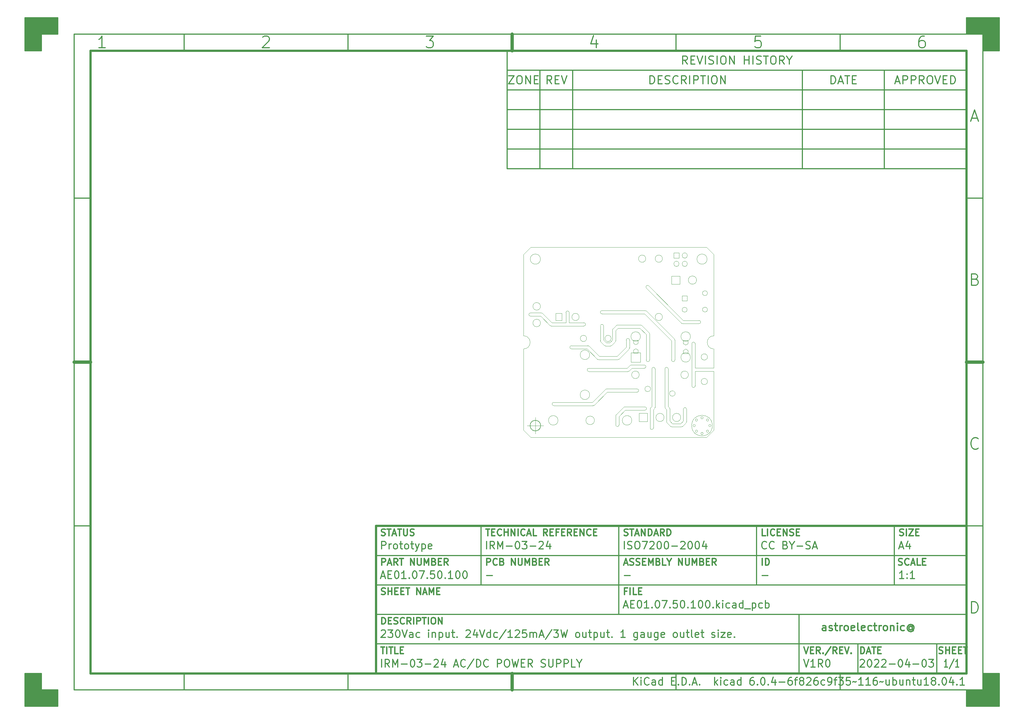
<source format=gbr>
%TF.GenerationSoftware,KiCad,Pcbnew,6.0.4-6f826c9f35~116~ubuntu18.04.1*%
%TF.CreationDate,2022-04-03T22:47:16+02:00*%
%TF.ProjectId,AE01.07.50.100,41453031-2e30-4372-9e35-302e3130302e,V1R0*%
%TF.SameCoordinates,PX9464480PY76a3180*%
%TF.FileFunction,AssemblyDrawing,Bot*%
%FSLAX46Y46*%
G04 Gerber Fmt 4.6, Leading zero omitted, Abs format (unit mm)*
G04 Created by KiCad (PCBNEW 6.0.4-6f826c9f35~116~ubuntu18.04.1) date 2022-04-03 22:47:16*
%MOMM*%
%LPD*%
G01*
G04 APERTURE LIST*
%ADD10C,0.100000*%
%ADD11C,0.350000*%
%ADD12C,0.700000*%
%ADD13C,1.050000*%
%ADD14C,0.400000*%
%ADD15C,0.460000*%
%TA.AperFunction,Profile*%
%ADD16C,0.050000*%
%TD*%
G04 APERTURE END LIST*
D10*
D11*
X-8597800Y114400000D02*
X-8597800Y78400000D01*
D10*
D11*
X1402200Y108400000D02*
X1402200Y78400000D01*
D10*
D11*
X11402200Y108400000D02*
X11402200Y78400000D01*
D10*
D11*
X81402200Y108400000D02*
X81402200Y78400000D01*
D10*
D11*
X106402200Y108400000D02*
X106402200Y78400000D01*
D10*
D11*
X131402200Y114400000D02*
X131402200Y64400000D01*
D10*
D11*
X131402200Y114400000D02*
X-8597800Y114400000D01*
D10*
D11*
X131402200Y108400000D02*
X-8597800Y108400000D01*
D10*
D11*
X131402200Y102400000D02*
X-8597800Y102400000D01*
D10*
D11*
X131402200Y96400000D02*
X-8597800Y96400000D01*
D10*
D11*
X131402200Y90400000D02*
X-8597800Y90400000D01*
D10*
D11*
X131402200Y84400000D02*
X-8597800Y84400000D01*
D10*
D11*
X131402200Y78400000D02*
X-8597800Y78400000D01*
D10*
D11*
X46342676Y110269048D02*
X45509342Y111459524D01*
X44914104Y110269048D02*
X44914104Y112769048D01*
X45866485Y112769048D01*
X46104580Y112650000D01*
X46223628Y112530953D01*
X46342676Y112292858D01*
X46342676Y111935715D01*
X46223628Y111697620D01*
X46104580Y111578572D01*
X45866485Y111459524D01*
X44914104Y111459524D01*
X47414104Y111578572D02*
X48247438Y111578572D01*
X48604580Y110269048D02*
X47414104Y110269048D01*
X47414104Y112769048D01*
X48604580Y112769048D01*
X49318866Y112769048D02*
X50152200Y110269048D01*
X50985533Y112769048D01*
X51818866Y110269048D02*
X51818866Y112769048D01*
X52890295Y110388096D02*
X53247438Y110269048D01*
X53842676Y110269048D01*
X54080771Y110388096D01*
X54199819Y110507143D01*
X54318866Y110745239D01*
X54318866Y110983334D01*
X54199819Y111221429D01*
X54080771Y111340477D01*
X53842676Y111459524D01*
X53366485Y111578572D01*
X53128390Y111697620D01*
X53009342Y111816667D01*
X52890295Y112054762D01*
X52890295Y112292858D01*
X53009342Y112530953D01*
X53128390Y112650000D01*
X53366485Y112769048D01*
X53961723Y112769048D01*
X54318866Y112650000D01*
X55390295Y110269048D02*
X55390295Y112769048D01*
X57056961Y112769048D02*
X57533152Y112769048D01*
X57771247Y112650000D01*
X58009342Y112411905D01*
X58128390Y111935715D01*
X58128390Y111102381D01*
X58009342Y110626191D01*
X57771247Y110388096D01*
X57533152Y110269048D01*
X57056961Y110269048D01*
X56818866Y110388096D01*
X56580771Y110626191D01*
X56461723Y111102381D01*
X56461723Y111935715D01*
X56580771Y112411905D01*
X56818866Y112650000D01*
X57056961Y112769048D01*
X59199819Y110269048D02*
X59199819Y112769048D01*
X60628390Y110269048D01*
X60628390Y112769048D01*
X63723628Y110269048D02*
X63723628Y112769048D01*
X63723628Y111578572D02*
X65152200Y111578572D01*
X65152200Y110269048D02*
X65152200Y112769048D01*
X66342676Y110269048D02*
X66342676Y112769048D01*
X67414104Y110388096D02*
X67771247Y110269048D01*
X68366485Y110269048D01*
X68604580Y110388096D01*
X68723628Y110507143D01*
X68842676Y110745239D01*
X68842676Y110983334D01*
X68723628Y111221429D01*
X68604580Y111340477D01*
X68366485Y111459524D01*
X67890295Y111578572D01*
X67652200Y111697620D01*
X67533152Y111816667D01*
X67414104Y112054762D01*
X67414104Y112292858D01*
X67533152Y112530953D01*
X67652200Y112650000D01*
X67890295Y112769048D01*
X68485533Y112769048D01*
X68842676Y112650000D01*
X69556961Y112769048D02*
X70985533Y112769048D01*
X70271247Y110269048D02*
X70271247Y112769048D01*
X72295057Y112769048D02*
X72771247Y112769048D01*
X73009342Y112650000D01*
X73247438Y112411905D01*
X73366485Y111935715D01*
X73366485Y111102381D01*
X73247438Y110626191D01*
X73009342Y110388096D01*
X72771247Y110269048D01*
X72295057Y110269048D01*
X72056961Y110388096D01*
X71818866Y110626191D01*
X71699819Y111102381D01*
X71699819Y111935715D01*
X71818866Y112411905D01*
X72056961Y112650000D01*
X72295057Y112769048D01*
X75866485Y110269048D02*
X75033152Y111459524D01*
X74437914Y110269048D02*
X74437914Y112769048D01*
X75390295Y112769048D01*
X75628390Y112650000D01*
X75747438Y112530953D01*
X75866485Y112292858D01*
X75866485Y111935715D01*
X75747438Y111697620D01*
X75628390Y111578572D01*
X75390295Y111459524D01*
X74437914Y111459524D01*
X77414104Y111459524D02*
X77414104Y110269048D01*
X76580771Y112769048D02*
X77414104Y111459524D01*
X78247438Y112769048D01*
D10*
D11*
X-8181134Y106769048D02*
X-6514467Y106769048D01*
X-8181134Y104269048D01*
X-6514467Y104269048D01*
X-5085896Y106769048D02*
X-4609705Y106769048D01*
X-4371610Y106650000D01*
X-4133515Y106411905D01*
X-4014467Y105935715D01*
X-4014467Y105102381D01*
X-4133515Y104626191D01*
X-4371610Y104388096D01*
X-4609705Y104269048D01*
X-5085896Y104269048D01*
X-5323991Y104388096D01*
X-5562086Y104626191D01*
X-5681134Y105102381D01*
X-5681134Y105935715D01*
X-5562086Y106411905D01*
X-5323991Y106650000D01*
X-5085896Y106769048D01*
X-2943039Y104269048D02*
X-2943039Y106769048D01*
X-1514467Y104269048D01*
X-1514467Y106769048D01*
X-323991Y105578572D02*
X509342Y105578572D01*
X866485Y104269048D02*
X-323991Y104269048D01*
X-323991Y106769048D01*
X866485Y106769048D01*
D10*
D11*
X4973628Y104269048D02*
X4140295Y105459524D01*
X3545057Y104269048D02*
X3545057Y106769048D01*
X4497438Y106769048D01*
X4735533Y106650000D01*
X4854580Y106530953D01*
X4973628Y106292858D01*
X4973628Y105935715D01*
X4854580Y105697620D01*
X4735533Y105578572D01*
X4497438Y105459524D01*
X3545057Y105459524D01*
X6045057Y105578572D02*
X6878390Y105578572D01*
X7235533Y104269048D02*
X6045057Y104269048D01*
X6045057Y106769048D01*
X7235533Y106769048D01*
X7949819Y106769048D02*
X8783152Y104269048D01*
X9616485Y106769048D01*
D10*
D11*
X34914104Y104269048D02*
X34914104Y106769048D01*
X35509342Y106769048D01*
X35866485Y106650000D01*
X36104580Y106411905D01*
X36223628Y106173810D01*
X36342676Y105697620D01*
X36342676Y105340477D01*
X36223628Y104864286D01*
X36104580Y104626191D01*
X35866485Y104388096D01*
X35509342Y104269048D01*
X34914104Y104269048D01*
X37414104Y105578572D02*
X38247438Y105578572D01*
X38604580Y104269048D02*
X37414104Y104269048D01*
X37414104Y106769048D01*
X38604580Y106769048D01*
X39556961Y104388096D02*
X39914104Y104269048D01*
X40509342Y104269048D01*
X40747438Y104388096D01*
X40866485Y104507143D01*
X40985533Y104745239D01*
X40985533Y104983334D01*
X40866485Y105221429D01*
X40747438Y105340477D01*
X40509342Y105459524D01*
X40033152Y105578572D01*
X39795057Y105697620D01*
X39676009Y105816667D01*
X39556961Y106054762D01*
X39556961Y106292858D01*
X39676009Y106530953D01*
X39795057Y106650000D01*
X40033152Y106769048D01*
X40628390Y106769048D01*
X40985533Y106650000D01*
X43485533Y104507143D02*
X43366485Y104388096D01*
X43009342Y104269048D01*
X42771247Y104269048D01*
X42414104Y104388096D01*
X42176009Y104626191D01*
X42056961Y104864286D01*
X41937914Y105340477D01*
X41937914Y105697620D01*
X42056961Y106173810D01*
X42176009Y106411905D01*
X42414104Y106650000D01*
X42771247Y106769048D01*
X43009342Y106769048D01*
X43366485Y106650000D01*
X43485533Y106530953D01*
X45985533Y104269048D02*
X45152200Y105459524D01*
X44556961Y104269048D02*
X44556961Y106769048D01*
X45509342Y106769048D01*
X45747438Y106650000D01*
X45866485Y106530953D01*
X45985533Y106292858D01*
X45985533Y105935715D01*
X45866485Y105697620D01*
X45747438Y105578572D01*
X45509342Y105459524D01*
X44556961Y105459524D01*
X47056961Y104269048D02*
X47056961Y106769048D01*
X48247438Y104269048D02*
X48247438Y106769048D01*
X49199819Y106769048D01*
X49437914Y106650000D01*
X49556961Y106530953D01*
X49676009Y106292858D01*
X49676009Y105935715D01*
X49556961Y105697620D01*
X49437914Y105578572D01*
X49199819Y105459524D01*
X48247438Y105459524D01*
X50390295Y106769048D02*
X51818866Y106769048D01*
X51104580Y104269048D02*
X51104580Y106769048D01*
X52652200Y104269048D02*
X52652200Y106769048D01*
X54318866Y106769048D02*
X54795057Y106769048D01*
X55033152Y106650000D01*
X55271247Y106411905D01*
X55390295Y105935715D01*
X55390295Y105102381D01*
X55271247Y104626191D01*
X55033152Y104388096D01*
X54795057Y104269048D01*
X54318866Y104269048D01*
X54080771Y104388096D01*
X53842676Y104626191D01*
X53723628Y105102381D01*
X53723628Y105935715D01*
X53842676Y106411905D01*
X54080771Y106650000D01*
X54318866Y106769048D01*
X56461723Y104269048D02*
X56461723Y106769048D01*
X57890295Y104269048D01*
X57890295Y106769048D01*
D10*
D11*
X109795057Y104983334D02*
X110985533Y104983334D01*
X109556961Y104269048D02*
X110390295Y106769048D01*
X111223628Y104269048D01*
X112056961Y104269048D02*
X112056961Y106769048D01*
X113009342Y106769048D01*
X113247438Y106650000D01*
X113366485Y106530953D01*
X113485533Y106292858D01*
X113485533Y105935715D01*
X113366485Y105697620D01*
X113247438Y105578572D01*
X113009342Y105459524D01*
X112056961Y105459524D01*
X114556961Y104269048D02*
X114556961Y106769048D01*
X115509342Y106769048D01*
X115747438Y106650000D01*
X115866485Y106530953D01*
X115985533Y106292858D01*
X115985533Y105935715D01*
X115866485Y105697620D01*
X115747438Y105578572D01*
X115509342Y105459524D01*
X114556961Y105459524D01*
X118485533Y104269048D02*
X117652200Y105459524D01*
X117056961Y104269048D02*
X117056961Y106769048D01*
X118009342Y106769048D01*
X118247438Y106650000D01*
X118366485Y106530953D01*
X118485533Y106292858D01*
X118485533Y105935715D01*
X118366485Y105697620D01*
X118247438Y105578572D01*
X118009342Y105459524D01*
X117056961Y105459524D01*
X120033152Y106769048D02*
X120509342Y106769048D01*
X120747438Y106650000D01*
X120985533Y106411905D01*
X121104580Y105935715D01*
X121104580Y105102381D01*
X120985533Y104626191D01*
X120747438Y104388096D01*
X120509342Y104269048D01*
X120033152Y104269048D01*
X119795057Y104388096D01*
X119556961Y104626191D01*
X119437914Y105102381D01*
X119437914Y105935715D01*
X119556961Y106411905D01*
X119795057Y106650000D01*
X120033152Y106769048D01*
X121818866Y106769048D02*
X122652200Y104269048D01*
X123485533Y106769048D01*
X124318866Y105578572D02*
X125152200Y105578572D01*
X125509342Y104269048D02*
X124318866Y104269048D01*
X124318866Y106769048D01*
X125509342Y106769048D01*
X126580771Y104269048D02*
X126580771Y106769048D01*
X127176009Y106769048D01*
X127533152Y106650000D01*
X127771247Y106411905D01*
X127890295Y106173810D01*
X128009342Y105697620D01*
X128009342Y105340477D01*
X127890295Y104864286D01*
X127771247Y104626191D01*
X127533152Y104388096D01*
X127176009Y104269048D01*
X126580771Y104269048D01*
D10*
D11*
X90092676Y104269048D02*
X90092676Y106769048D01*
X90687914Y106769048D01*
X91045057Y106650000D01*
X91283152Y106411905D01*
X91402200Y106173810D01*
X91521247Y105697620D01*
X91521247Y105340477D01*
X91402200Y104864286D01*
X91283152Y104626191D01*
X91045057Y104388096D01*
X90687914Y104269048D01*
X90092676Y104269048D01*
X92473628Y104983334D02*
X93664104Y104983334D01*
X92235533Y104269048D02*
X93068866Y106769048D01*
X93902200Y104269048D01*
X94378390Y106769048D02*
X95806961Y106769048D01*
X95092676Y104269048D02*
X95092676Y106769048D01*
X96640295Y105578572D02*
X97473628Y105578572D01*
X97830771Y104269048D02*
X96640295Y104269048D01*
X96640295Y106769048D01*
X97830771Y106769048D01*
D10*
D11*
X-140600000Y119400000D02*
X-140600000Y-80607200D01*
X136402200Y-80607200D01*
X136402200Y119400000D01*
X-140600000Y119400000D01*
D10*
D12*
X-135600000Y114400000D02*
X-135600000Y-75607200D01*
X131402200Y-75607200D01*
X131402200Y114400000D01*
X-135600000Y114400000D01*
D10*
D13*
X-7100000Y119400000D02*
X-7100000Y114400000D01*
D10*
D13*
X-7100000Y-80607200D02*
X-7100000Y-75607200D01*
D10*
D13*
X-140600000Y19400000D02*
X-135600000Y19400000D01*
D10*
D13*
X136402200Y19400000D02*
X131402200Y19400000D01*
D10*
D11*
X-107100000Y119400000D02*
X-107100000Y114400000D01*
D10*
D11*
X-57100000Y119400000D02*
X-57100000Y114400000D01*
D10*
D11*
X-7100000Y119400000D02*
X-7100000Y114400000D01*
D10*
D11*
X42900000Y119400000D02*
X42900000Y114400000D01*
D10*
D11*
X92900000Y119400000D02*
X92900000Y114400000D01*
D10*
D11*
X-107100000Y-80607200D02*
X-107100000Y-75607200D01*
D10*
D11*
X-57100000Y-80607200D02*
X-57100000Y-75607200D01*
D10*
D11*
X-7100000Y-80607200D02*
X-7100000Y-75607200D01*
D10*
D11*
X42900000Y-80607200D02*
X42900000Y-75607200D01*
D10*
D11*
X92900000Y-80607200D02*
X92900000Y-75607200D01*
D10*
D11*
X-140600000Y69400000D02*
X-135600000Y69400000D01*
D10*
D11*
X-140600000Y19400000D02*
X-135600000Y19400000D01*
D10*
D11*
X-140600000Y-30600000D02*
X-135600000Y-30600000D01*
D10*
D11*
X136402200Y69400000D02*
X131402200Y69400000D01*
D10*
D11*
X136402200Y19400000D02*
X131402200Y19400000D01*
D10*
D11*
X136402200Y-30600000D02*
X131402200Y-30600000D01*
D10*
D11*
X-131100000Y115316667D02*
X-133100000Y115316667D01*
X-132100000Y115316667D02*
X-132100000Y118816667D01*
X-132433334Y118316667D01*
X-132766667Y117983334D01*
X-133100000Y117816667D01*
D10*
D11*
X-83100000Y118483334D02*
X-82933334Y118650000D01*
X-82600000Y118816667D01*
X-81766667Y118816667D01*
X-81433334Y118650000D01*
X-81266667Y118483334D01*
X-81100000Y118150000D01*
X-81100000Y117816667D01*
X-81266667Y117316667D01*
X-83266667Y115316667D01*
X-81100000Y115316667D01*
D10*
D11*
X-33266667Y118816667D02*
X-31100000Y118816667D01*
X-32266667Y117483334D01*
X-31766667Y117483334D01*
X-31433334Y117316667D01*
X-31266667Y117150000D01*
X-31100000Y116816667D01*
X-31100000Y115983334D01*
X-31266667Y115650000D01*
X-31433334Y115483334D01*
X-31766667Y115316667D01*
X-32766667Y115316667D01*
X-33100000Y115483334D01*
X-33266667Y115650000D01*
D10*
D11*
X18566666Y117650000D02*
X18566666Y115316667D01*
X17733333Y118983334D02*
X16900000Y116483334D01*
X19066666Y116483334D01*
D10*
D11*
X68733333Y118816667D02*
X67066666Y118816667D01*
X66900000Y117150000D01*
X67066666Y117316667D01*
X67400000Y117483334D01*
X68233333Y117483334D01*
X68566666Y117316667D01*
X68733333Y117150000D01*
X68900000Y116816667D01*
X68900000Y115983334D01*
X68733333Y115650000D01*
X68566666Y115483334D01*
X68233333Y115316667D01*
X67400000Y115316667D01*
X67066666Y115483334D01*
X66900000Y115650000D01*
D10*
D11*
X118566666Y118816667D02*
X117900000Y118816667D01*
X117566666Y118650000D01*
X117400000Y118483334D01*
X117066666Y117983334D01*
X116900000Y117316667D01*
X116900000Y115983334D01*
X117066666Y115650000D01*
X117233333Y115483334D01*
X117566666Y115316667D01*
X118233333Y115316667D01*
X118566666Y115483334D01*
X118733333Y115650000D01*
X118900000Y115983334D01*
X118900000Y116816667D01*
X118733333Y117150000D01*
X118566666Y117316667D01*
X118233333Y117483334D01*
X117566666Y117483334D01*
X117233333Y117316667D01*
X117066666Y117150000D01*
X116900000Y116816667D01*
D10*
D11*
X133068866Y93816667D02*
X134735533Y93816667D01*
X132735533Y92816667D02*
X133902200Y96316667D01*
X135068866Y92816667D01*
D10*
D11*
X134152200Y44650000D02*
X134652200Y44483334D01*
X134818866Y44316667D01*
X134985533Y43983334D01*
X134985533Y43483334D01*
X134818866Y43150000D01*
X134652200Y42983334D01*
X134318866Y42816667D01*
X132985533Y42816667D01*
X132985533Y46316667D01*
X134152200Y46316667D01*
X134485533Y46150000D01*
X134652200Y45983334D01*
X134818866Y45650000D01*
X134818866Y45316667D01*
X134652200Y44983334D01*
X134485533Y44816667D01*
X134152200Y44650000D01*
X132985533Y44650000D01*
D10*
D11*
X134985533Y-6850000D02*
X134818866Y-7016666D01*
X134318866Y-7183333D01*
X133985533Y-7183333D01*
X133485533Y-7016666D01*
X133152200Y-6683333D01*
X132985533Y-6350000D01*
X132818866Y-5683333D01*
X132818866Y-5183333D01*
X132985533Y-4516666D01*
X133152200Y-4183333D01*
X133485533Y-3850000D01*
X133985533Y-3683333D01*
X134318866Y-3683333D01*
X134818866Y-3850000D01*
X134985533Y-4016666D01*
D10*
D11*
X132985533Y-57183333D02*
X132985533Y-53683333D01*
X133818866Y-53683333D01*
X134318866Y-53850000D01*
X134652200Y-54183333D01*
X134818866Y-54516666D01*
X134985533Y-55183333D01*
X134985533Y-55683333D01*
X134818866Y-56350000D01*
X134652200Y-56683333D01*
X134318866Y-57016666D01*
X133818866Y-57183333D01*
X132985533Y-57183333D01*
D10*
G36*
X-155600000Y124400000D02*
G01*
X-145600000Y124400000D01*
X-145600000Y119400000D01*
X-150600000Y119400000D01*
X-150600000Y114400000D01*
X-155600000Y114400000D01*
X-155600000Y124400000D01*
G37*
D11*
X-155600000Y124400000D02*
X-145600000Y124400000D01*
X-145600000Y119400000D01*
X-150600000Y119400000D01*
X-150600000Y114400000D01*
X-155600000Y114400000D01*
X-155600000Y124400000D01*
D10*
G36*
X-155600000Y-85607199D02*
G01*
X-155600000Y-75607199D01*
X-150600000Y-75607199D01*
X-150600000Y-80607199D01*
X-145600000Y-80607199D01*
X-145600000Y-85607199D01*
X-155600000Y-85607199D01*
G37*
D11*
X-155600000Y-85607199D02*
X-155600000Y-75607199D01*
X-150600000Y-75607199D01*
X-150600000Y-80607199D01*
X-145600000Y-80607199D01*
X-145600000Y-85607199D01*
X-155600000Y-85607199D01*
D10*
G36*
X141402200Y124400000D02*
G01*
X141402200Y114400000D01*
X136402200Y114400000D01*
X136402200Y119400000D01*
X131402200Y119400000D01*
X131402200Y124400000D01*
X141402200Y124400000D01*
G37*
D11*
X141402200Y124400000D02*
X141402200Y114400000D01*
X136402200Y114400000D01*
X136402200Y119400000D01*
X131402200Y119400000D01*
X131402200Y124400000D01*
X141402200Y124400000D01*
D10*
G36*
X141402200Y-85607199D02*
G01*
X131402200Y-85607199D01*
X131402200Y-80607199D01*
X136402200Y-80607199D01*
X136402200Y-75607199D01*
X141402200Y-75607199D01*
X141402200Y-85607199D01*
G37*
D11*
X141402200Y-85607199D02*
X131402200Y-85607199D01*
X131402200Y-80607199D01*
X136402200Y-80607199D01*
X136402200Y-75607199D01*
X141402200Y-75607199D01*
X141402200Y-85607199D01*
D10*
D12*
X131402200Y-75607200D02*
X131402200Y-30607200D01*
X-48597800Y-30607200D01*
X-48597800Y-75607200D01*
X131402200Y-75607200D01*
D10*
D11*
X131402200Y-48607200D02*
X-48597800Y-48607200D01*
D10*
D11*
X131402200Y-57607200D02*
X-48597800Y-57607200D01*
D10*
D11*
X131402200Y-66607200D02*
X-48597800Y-66607200D01*
D10*
D11*
X-16597800Y-30607200D02*
X-16597800Y-48607200D01*
D10*
D11*
X25402200Y-30607200D02*
X25402200Y-57607200D01*
D10*
D11*
X67402200Y-30607200D02*
X67402200Y-48607200D01*
D10*
D11*
X80402200Y-57607200D02*
X80402200Y-75607200D01*
D10*
D11*
X98292200Y-66607000D02*
X98292200Y-75607000D01*
D10*
D11*
X122402200Y-66607200D02*
X122402200Y-75607200D01*
D10*
D14*
X-46956848Y-33416723D02*
X-46671134Y-33511961D01*
X-46194943Y-33511961D01*
X-46004467Y-33416723D01*
X-45909229Y-33321485D01*
X-45813991Y-33131009D01*
X-45813991Y-32940533D01*
X-45909229Y-32750057D01*
X-46004467Y-32654819D01*
X-46194943Y-32559580D01*
X-46575896Y-32464342D01*
X-46766372Y-32369104D01*
X-46861610Y-32273866D01*
X-46956848Y-32083390D01*
X-46956848Y-31892914D01*
X-46861610Y-31702438D01*
X-46766372Y-31607200D01*
X-46575896Y-31511961D01*
X-46099705Y-31511961D01*
X-45813991Y-31607200D01*
X-45242562Y-31511961D02*
X-44099705Y-31511961D01*
X-44671134Y-33511961D02*
X-44671134Y-31511961D01*
X-43528277Y-32940533D02*
X-42575896Y-32940533D01*
X-43718753Y-33511961D02*
X-43052086Y-31511961D01*
X-42385420Y-33511961D01*
X-42004467Y-31511961D02*
X-40861610Y-31511961D01*
X-41433039Y-33511961D02*
X-41433039Y-31511961D01*
X-40194943Y-31511961D02*
X-40194943Y-33131009D01*
X-40099705Y-33321485D01*
X-40004467Y-33416723D01*
X-39813991Y-33511961D01*
X-39433039Y-33511961D01*
X-39242562Y-33416723D01*
X-39147324Y-33321485D01*
X-39052086Y-33131009D01*
X-39052086Y-31511961D01*
X-38194943Y-33416723D02*
X-37909229Y-33511961D01*
X-37433039Y-33511961D01*
X-37242562Y-33416723D01*
X-37147324Y-33321485D01*
X-37052086Y-33131009D01*
X-37052086Y-32940533D01*
X-37147324Y-32750057D01*
X-37242562Y-32654819D01*
X-37433039Y-32559580D01*
X-37813991Y-32464342D01*
X-38004467Y-32369104D01*
X-38099705Y-32273866D01*
X-38194943Y-32083390D01*
X-38194943Y-31892914D01*
X-38099705Y-31702438D01*
X-38004467Y-31607200D01*
X-37813991Y-31511961D01*
X-37337800Y-31511961D01*
X-37052086Y-31607200D01*
D10*
D14*
X-15147324Y-31511961D02*
X-14004467Y-31511961D01*
X-14575896Y-33511961D02*
X-14575896Y-31511961D01*
X-13337800Y-32464342D02*
X-12671134Y-32464342D01*
X-12385420Y-33511961D02*
X-13337800Y-33511961D01*
X-13337800Y-31511961D01*
X-12385420Y-31511961D01*
X-10385420Y-33321485D02*
X-10480658Y-33416723D01*
X-10766372Y-33511961D01*
X-10956848Y-33511961D01*
X-11242562Y-33416723D01*
X-11433039Y-33226247D01*
X-11528277Y-33035771D01*
X-11623515Y-32654819D01*
X-11623515Y-32369104D01*
X-11528277Y-31988152D01*
X-11433039Y-31797676D01*
X-11242562Y-31607200D01*
X-10956848Y-31511961D01*
X-10766372Y-31511961D01*
X-10480658Y-31607200D01*
X-10385420Y-31702438D01*
X-9528277Y-33511961D02*
X-9528277Y-31511961D01*
X-9528277Y-32464342D02*
X-8385420Y-32464342D01*
X-8385420Y-33511961D02*
X-8385420Y-31511961D01*
X-7433039Y-33511961D02*
X-7433039Y-31511961D01*
X-6290181Y-33511961D01*
X-6290181Y-31511961D01*
X-5337800Y-33511961D02*
X-5337800Y-31511961D01*
X-3242562Y-33321485D02*
X-3337800Y-33416723D01*
X-3623515Y-33511961D01*
X-3813991Y-33511961D01*
X-4099705Y-33416723D01*
X-4290181Y-33226247D01*
X-4385420Y-33035771D01*
X-4480658Y-32654819D01*
X-4480658Y-32369104D01*
X-4385420Y-31988152D01*
X-4290181Y-31797676D01*
X-4099705Y-31607200D01*
X-3813991Y-31511961D01*
X-3623515Y-31511961D01*
X-3337800Y-31607200D01*
X-3242562Y-31702438D01*
X-2480658Y-32940533D02*
X-1528277Y-32940533D01*
X-2671134Y-33511961D02*
X-2004467Y-31511961D01*
X-1337800Y-33511961D01*
X281247Y-33511961D02*
X-671134Y-33511961D01*
X-671134Y-31511961D01*
X3614580Y-33511961D02*
X2947914Y-32559580D01*
X2471723Y-33511961D02*
X2471723Y-31511961D01*
X3233628Y-31511961D01*
X3424104Y-31607200D01*
X3519342Y-31702438D01*
X3614580Y-31892914D01*
X3614580Y-32178628D01*
X3519342Y-32369104D01*
X3424104Y-32464342D01*
X3233628Y-32559580D01*
X2471723Y-32559580D01*
X4471723Y-32464342D02*
X5138390Y-32464342D01*
X5424104Y-33511961D02*
X4471723Y-33511961D01*
X4471723Y-31511961D01*
X5424104Y-31511961D01*
X6947914Y-32464342D02*
X6281247Y-32464342D01*
X6281247Y-33511961D02*
X6281247Y-31511961D01*
X7233628Y-31511961D01*
X7995533Y-32464342D02*
X8662200Y-32464342D01*
X8947914Y-33511961D02*
X7995533Y-33511961D01*
X7995533Y-31511961D01*
X8947914Y-31511961D01*
X10947914Y-33511961D02*
X10281247Y-32559580D01*
X9805057Y-33511961D02*
X9805057Y-31511961D01*
X10566961Y-31511961D01*
X10757438Y-31607200D01*
X10852676Y-31702438D01*
X10947914Y-31892914D01*
X10947914Y-32178628D01*
X10852676Y-32369104D01*
X10757438Y-32464342D01*
X10566961Y-32559580D01*
X9805057Y-32559580D01*
X11805057Y-32464342D02*
X12471723Y-32464342D01*
X12757438Y-33511961D02*
X11805057Y-33511961D01*
X11805057Y-31511961D01*
X12757438Y-31511961D01*
X13614580Y-33511961D02*
X13614580Y-31511961D01*
X14757438Y-33511961D01*
X14757438Y-31511961D01*
X16852676Y-33321485D02*
X16757438Y-33416723D01*
X16471723Y-33511961D01*
X16281247Y-33511961D01*
X15995533Y-33416723D01*
X15805057Y-33226247D01*
X15709819Y-33035771D01*
X15614580Y-32654819D01*
X15614580Y-32369104D01*
X15709819Y-31988152D01*
X15805057Y-31797676D01*
X15995533Y-31607200D01*
X16281247Y-31511961D01*
X16471723Y-31511961D01*
X16757438Y-31607200D01*
X16852676Y-31702438D01*
X17709819Y-32464342D02*
X18376485Y-32464342D01*
X18662200Y-33511961D02*
X17709819Y-33511961D01*
X17709819Y-31511961D01*
X18662200Y-31511961D01*
D10*
D14*
X27043152Y-33416723D02*
X27328866Y-33511961D01*
X27805057Y-33511961D01*
X27995533Y-33416723D01*
X28090771Y-33321485D01*
X28186009Y-33131009D01*
X28186009Y-32940533D01*
X28090771Y-32750057D01*
X27995533Y-32654819D01*
X27805057Y-32559580D01*
X27424104Y-32464342D01*
X27233628Y-32369104D01*
X27138390Y-32273866D01*
X27043152Y-32083390D01*
X27043152Y-31892914D01*
X27138390Y-31702438D01*
X27233628Y-31607200D01*
X27424104Y-31511961D01*
X27900295Y-31511961D01*
X28186009Y-31607200D01*
X28757438Y-31511961D02*
X29900295Y-31511961D01*
X29328866Y-33511961D02*
X29328866Y-31511961D01*
X30471723Y-32940533D02*
X31424104Y-32940533D01*
X30281247Y-33511961D02*
X30947914Y-31511961D01*
X31614580Y-33511961D01*
X32281247Y-33511961D02*
X32281247Y-31511961D01*
X33424104Y-33511961D01*
X33424104Y-31511961D01*
X34376485Y-33511961D02*
X34376485Y-31511961D01*
X34852676Y-31511961D01*
X35138390Y-31607200D01*
X35328866Y-31797676D01*
X35424104Y-31988152D01*
X35519342Y-32369104D01*
X35519342Y-32654819D01*
X35424104Y-33035771D01*
X35328866Y-33226247D01*
X35138390Y-33416723D01*
X34852676Y-33511961D01*
X34376485Y-33511961D01*
X36281247Y-32940533D02*
X37233628Y-32940533D01*
X36090771Y-33511961D02*
X36757438Y-31511961D01*
X37424104Y-33511961D01*
X39233628Y-33511961D02*
X38566961Y-32559580D01*
X38090771Y-33511961D02*
X38090771Y-31511961D01*
X38852676Y-31511961D01*
X39043152Y-31607200D01*
X39138390Y-31702438D01*
X39233628Y-31892914D01*
X39233628Y-32178628D01*
X39138390Y-32369104D01*
X39043152Y-32464342D01*
X38852676Y-32559580D01*
X38090771Y-32559580D01*
X40090771Y-33511961D02*
X40090771Y-31511961D01*
X40566961Y-31511961D01*
X40852676Y-31607200D01*
X41043152Y-31797676D01*
X41138390Y-31988152D01*
X41233628Y-32369104D01*
X41233628Y-32654819D01*
X41138390Y-33035771D01*
X41043152Y-33226247D01*
X40852676Y-33416723D01*
X40566961Y-33511961D01*
X40090771Y-33511961D01*
D10*
D14*
X70090771Y-33511961D02*
X69138390Y-33511961D01*
X69138390Y-31511961D01*
X70757438Y-33511961D02*
X70757438Y-31511961D01*
X72852676Y-33321485D02*
X72757438Y-33416723D01*
X72471723Y-33511961D01*
X72281247Y-33511961D01*
X71995533Y-33416723D01*
X71805057Y-33226247D01*
X71709819Y-33035771D01*
X71614580Y-32654819D01*
X71614580Y-32369104D01*
X71709819Y-31988152D01*
X71805057Y-31797676D01*
X71995533Y-31607200D01*
X72281247Y-31511961D01*
X72471723Y-31511961D01*
X72757438Y-31607200D01*
X72852676Y-31702438D01*
X73709819Y-32464342D02*
X74376485Y-32464342D01*
X74662200Y-33511961D02*
X73709819Y-33511961D01*
X73709819Y-31511961D01*
X74662200Y-31511961D01*
X75519342Y-33511961D02*
X75519342Y-31511961D01*
X76662200Y-33511961D01*
X76662200Y-31511961D01*
X77519342Y-33416723D02*
X77805057Y-33511961D01*
X78281247Y-33511961D01*
X78471723Y-33416723D01*
X78566961Y-33321485D01*
X78662200Y-33131009D01*
X78662200Y-32940533D01*
X78566961Y-32750057D01*
X78471723Y-32654819D01*
X78281247Y-32559580D01*
X77900295Y-32464342D01*
X77709819Y-32369104D01*
X77614580Y-32273866D01*
X77519342Y-32083390D01*
X77519342Y-31892914D01*
X77614580Y-31702438D01*
X77709819Y-31607200D01*
X77900295Y-31511961D01*
X78376485Y-31511961D01*
X78662200Y-31607200D01*
X79519342Y-32464342D02*
X80186009Y-32464342D01*
X80471723Y-33511961D02*
X79519342Y-33511961D01*
X79519342Y-31511961D01*
X80471723Y-31511961D01*
D10*
D14*
X27043152Y-41940533D02*
X27995533Y-41940533D01*
X26852676Y-42511961D02*
X27519342Y-40511961D01*
X28186009Y-42511961D01*
X28757438Y-42416723D02*
X29043152Y-42511961D01*
X29519342Y-42511961D01*
X29709819Y-42416723D01*
X29805057Y-42321485D01*
X29900295Y-42131009D01*
X29900295Y-41940533D01*
X29805057Y-41750057D01*
X29709819Y-41654819D01*
X29519342Y-41559580D01*
X29138390Y-41464342D01*
X28947914Y-41369104D01*
X28852676Y-41273866D01*
X28757438Y-41083390D01*
X28757438Y-40892914D01*
X28852676Y-40702438D01*
X28947914Y-40607200D01*
X29138390Y-40511961D01*
X29614580Y-40511961D01*
X29900295Y-40607200D01*
X30662200Y-42416723D02*
X30947914Y-42511961D01*
X31424104Y-42511961D01*
X31614580Y-42416723D01*
X31709819Y-42321485D01*
X31805057Y-42131009D01*
X31805057Y-41940533D01*
X31709819Y-41750057D01*
X31614580Y-41654819D01*
X31424104Y-41559580D01*
X31043152Y-41464342D01*
X30852676Y-41369104D01*
X30757438Y-41273866D01*
X30662200Y-41083390D01*
X30662200Y-40892914D01*
X30757438Y-40702438D01*
X30852676Y-40607200D01*
X31043152Y-40511961D01*
X31519342Y-40511961D01*
X31805057Y-40607200D01*
X32662200Y-41464342D02*
X33328866Y-41464342D01*
X33614580Y-42511961D02*
X32662200Y-42511961D01*
X32662200Y-40511961D01*
X33614580Y-40511961D01*
X34471723Y-42511961D02*
X34471723Y-40511961D01*
X35138390Y-41940533D01*
X35805057Y-40511961D01*
X35805057Y-42511961D01*
X37424104Y-41464342D02*
X37709819Y-41559580D01*
X37805057Y-41654819D01*
X37900295Y-41845295D01*
X37900295Y-42131009D01*
X37805057Y-42321485D01*
X37709819Y-42416723D01*
X37519342Y-42511961D01*
X36757438Y-42511961D01*
X36757438Y-40511961D01*
X37424104Y-40511961D01*
X37614580Y-40607200D01*
X37709819Y-40702438D01*
X37805057Y-40892914D01*
X37805057Y-41083390D01*
X37709819Y-41273866D01*
X37614580Y-41369104D01*
X37424104Y-41464342D01*
X36757438Y-41464342D01*
X39709819Y-42511961D02*
X38757438Y-42511961D01*
X38757438Y-40511961D01*
X40757438Y-41559580D02*
X40757438Y-42511961D01*
X40090771Y-40511961D02*
X40757438Y-41559580D01*
X41424104Y-40511961D01*
X43614580Y-42511961D02*
X43614580Y-40511961D01*
X44757438Y-42511961D01*
X44757438Y-40511961D01*
X45709819Y-40511961D02*
X45709819Y-42131009D01*
X45805057Y-42321485D01*
X45900295Y-42416723D01*
X46090771Y-42511961D01*
X46471723Y-42511961D01*
X46662200Y-42416723D01*
X46757438Y-42321485D01*
X46852676Y-42131009D01*
X46852676Y-40511961D01*
X47805057Y-42511961D02*
X47805057Y-40511961D01*
X48471723Y-41940533D01*
X49138390Y-40511961D01*
X49138390Y-42511961D01*
X50757438Y-41464342D02*
X51043152Y-41559580D01*
X51138390Y-41654819D01*
X51233628Y-41845295D01*
X51233628Y-42131009D01*
X51138390Y-42321485D01*
X51043152Y-42416723D01*
X50852676Y-42511961D01*
X50090771Y-42511961D01*
X50090771Y-40511961D01*
X50757438Y-40511961D01*
X50947914Y-40607200D01*
X51043152Y-40702438D01*
X51138390Y-40892914D01*
X51138390Y-41083390D01*
X51043152Y-41273866D01*
X50947914Y-41369104D01*
X50757438Y-41464342D01*
X50090771Y-41464342D01*
X52090771Y-41464342D02*
X52757438Y-41464342D01*
X53043152Y-42511961D02*
X52090771Y-42511961D01*
X52090771Y-40511961D01*
X53043152Y-40511961D01*
X55043152Y-42511961D02*
X54376485Y-41559580D01*
X53900295Y-42511961D02*
X53900295Y-40511961D01*
X54662200Y-40511961D01*
X54852676Y-40607200D01*
X54947914Y-40702438D01*
X55043152Y-40892914D01*
X55043152Y-41178628D01*
X54947914Y-41369104D01*
X54852676Y-41464342D01*
X54662200Y-41559580D01*
X53900295Y-41559580D01*
D10*
D14*
X69138390Y-42511961D02*
X69138390Y-40511961D01*
X70090771Y-42511961D02*
X70090771Y-40511961D01*
X70566961Y-40511961D01*
X70852676Y-40607200D01*
X71043152Y-40797676D01*
X71138390Y-40988152D01*
X71233628Y-41369104D01*
X71233628Y-41654819D01*
X71138390Y-42035771D01*
X71043152Y-42226247D01*
X70852676Y-42416723D01*
X70566961Y-42511961D01*
X70090771Y-42511961D01*
D10*
D14*
X81852676Y-67511961D02*
X82519342Y-69511961D01*
X83186009Y-67511961D01*
X83852676Y-68464342D02*
X84519342Y-68464342D01*
X84805057Y-69511961D02*
X83852676Y-69511961D01*
X83852676Y-67511961D01*
X84805057Y-67511961D01*
X86805057Y-69511961D02*
X86138390Y-68559580D01*
X85662200Y-69511961D02*
X85662200Y-67511961D01*
X86424104Y-67511961D01*
X86614580Y-67607200D01*
X86709819Y-67702438D01*
X86805057Y-67892914D01*
X86805057Y-68178628D01*
X86709819Y-68369104D01*
X86614580Y-68464342D01*
X86424104Y-68559580D01*
X85662200Y-68559580D01*
X87662200Y-69321485D02*
X87757438Y-69416723D01*
X87662200Y-69511961D01*
X87566961Y-69416723D01*
X87662200Y-69321485D01*
X87662200Y-69511961D01*
X90043152Y-67416723D02*
X88328866Y-69988152D01*
X91852676Y-69511961D02*
X91186009Y-68559580D01*
X90709819Y-69511961D02*
X90709819Y-67511961D01*
X91471723Y-67511961D01*
X91662200Y-67607200D01*
X91757438Y-67702438D01*
X91852676Y-67892914D01*
X91852676Y-68178628D01*
X91757438Y-68369104D01*
X91662200Y-68464342D01*
X91471723Y-68559580D01*
X90709819Y-68559580D01*
X92709819Y-68464342D02*
X93376485Y-68464342D01*
X93662200Y-69511961D02*
X92709819Y-69511961D01*
X92709819Y-67511961D01*
X93662200Y-67511961D01*
X94233628Y-67511961D02*
X94900295Y-69511961D01*
X95566961Y-67511961D01*
X96233628Y-69321485D02*
X96328866Y-69416723D01*
X96233628Y-69511961D01*
X96138390Y-69416723D01*
X96233628Y-69321485D01*
X96233628Y-69511961D01*
D10*
D14*
X99138390Y-69511961D02*
X99138390Y-67511961D01*
X99614580Y-67511961D01*
X99900295Y-67607200D01*
X100090771Y-67797676D01*
X100186009Y-67988152D01*
X100281247Y-68369104D01*
X100281247Y-68654819D01*
X100186009Y-69035771D01*
X100090771Y-69226247D01*
X99900295Y-69416723D01*
X99614580Y-69511961D01*
X99138390Y-69511961D01*
X101043152Y-68940533D02*
X101995533Y-68940533D01*
X100852676Y-69511961D02*
X101519342Y-67511961D01*
X102186009Y-69511961D01*
X102566961Y-67511961D02*
X103709819Y-67511961D01*
X103138390Y-69511961D02*
X103138390Y-67511961D01*
X104376485Y-68464342D02*
X105043152Y-68464342D01*
X105328866Y-69511961D02*
X104376485Y-69511961D01*
X104376485Y-67511961D01*
X105328866Y-67511961D01*
D10*
D14*
X123043152Y-69416723D02*
X123328866Y-69511961D01*
X123805057Y-69511961D01*
X123995533Y-69416723D01*
X124090771Y-69321485D01*
X124186009Y-69131009D01*
X124186009Y-68940533D01*
X124090771Y-68750057D01*
X123995533Y-68654819D01*
X123805057Y-68559580D01*
X123424104Y-68464342D01*
X123233628Y-68369104D01*
X123138390Y-68273866D01*
X123043152Y-68083390D01*
X123043152Y-67892914D01*
X123138390Y-67702438D01*
X123233628Y-67607200D01*
X123424104Y-67511961D01*
X123900295Y-67511961D01*
X124186009Y-67607200D01*
X125043152Y-69511961D02*
X125043152Y-67511961D01*
X125043152Y-68464342D02*
X126186009Y-68464342D01*
X126186009Y-69511961D02*
X126186009Y-67511961D01*
X127138390Y-68464342D02*
X127805057Y-68464342D01*
X128090771Y-69511961D02*
X127138390Y-69511961D01*
X127138390Y-67511961D01*
X128090771Y-67511961D01*
X128947914Y-68464342D02*
X129614580Y-68464342D01*
X129900295Y-69511961D02*
X128947914Y-69511961D01*
X128947914Y-67511961D01*
X129900295Y-67511961D01*
X130471723Y-67511961D02*
X131614580Y-67511961D01*
X131043152Y-69511961D02*
X131043152Y-67511961D01*
D10*
D11*
X69124819Y-45771485D02*
X70877200Y-45771485D01*
D10*
D15*
X88533152Y-62497676D02*
X88533152Y-61292914D01*
X88423628Y-61073866D01*
X88204580Y-60964342D01*
X87766485Y-60964342D01*
X87547438Y-61073866D01*
X88533152Y-62388152D02*
X88314104Y-62497676D01*
X87766485Y-62497676D01*
X87547438Y-62388152D01*
X87437914Y-62169104D01*
X87437914Y-61950057D01*
X87547438Y-61731009D01*
X87766485Y-61621485D01*
X88314104Y-61621485D01*
X88533152Y-61511961D01*
X89518866Y-62388152D02*
X89737914Y-62497676D01*
X90176009Y-62497676D01*
X90395057Y-62388152D01*
X90504580Y-62169104D01*
X90504580Y-62059580D01*
X90395057Y-61840533D01*
X90176009Y-61731009D01*
X89847438Y-61731009D01*
X89628390Y-61621485D01*
X89518866Y-61402438D01*
X89518866Y-61292914D01*
X89628390Y-61073866D01*
X89847438Y-60964342D01*
X90176009Y-60964342D01*
X90395057Y-61073866D01*
X91161723Y-60964342D02*
X92037914Y-60964342D01*
X91490295Y-60197676D02*
X91490295Y-62169104D01*
X91599819Y-62388152D01*
X91818866Y-62497676D01*
X92037914Y-62497676D01*
X92804580Y-62497676D02*
X92804580Y-60964342D01*
X92804580Y-61402438D02*
X92914104Y-61183390D01*
X93023628Y-61073866D01*
X93242676Y-60964342D01*
X93461723Y-60964342D01*
X94556961Y-62497676D02*
X94337914Y-62388152D01*
X94228390Y-62278628D01*
X94118866Y-62059580D01*
X94118866Y-61402438D01*
X94228390Y-61183390D01*
X94337914Y-61073866D01*
X94556961Y-60964342D01*
X94885533Y-60964342D01*
X95104580Y-61073866D01*
X95214104Y-61183390D01*
X95323628Y-61402438D01*
X95323628Y-62059580D01*
X95214104Y-62278628D01*
X95104580Y-62388152D01*
X94885533Y-62497676D01*
X94556961Y-62497676D01*
X97185533Y-62388152D02*
X96966485Y-62497676D01*
X96528390Y-62497676D01*
X96309342Y-62388152D01*
X96199819Y-62169104D01*
X96199819Y-61292914D01*
X96309342Y-61073866D01*
X96528390Y-60964342D01*
X96966485Y-60964342D01*
X97185533Y-61073866D01*
X97295057Y-61292914D01*
X97295057Y-61511961D01*
X96199819Y-61731009D01*
X98609342Y-62497676D02*
X98390295Y-62388152D01*
X98280771Y-62169104D01*
X98280771Y-60197676D01*
X100361723Y-62388152D02*
X100142676Y-62497676D01*
X99704580Y-62497676D01*
X99485533Y-62388152D01*
X99376009Y-62169104D01*
X99376009Y-61292914D01*
X99485533Y-61073866D01*
X99704580Y-60964342D01*
X100142676Y-60964342D01*
X100361723Y-61073866D01*
X100471247Y-61292914D01*
X100471247Y-61511961D01*
X99376009Y-61731009D01*
X102442676Y-62388152D02*
X102223628Y-62497676D01*
X101785533Y-62497676D01*
X101566485Y-62388152D01*
X101456961Y-62278628D01*
X101347438Y-62059580D01*
X101347438Y-61402438D01*
X101456961Y-61183390D01*
X101566485Y-61073866D01*
X101785533Y-60964342D01*
X102223628Y-60964342D01*
X102442676Y-61073866D01*
X103099819Y-60964342D02*
X103976009Y-60964342D01*
X103428390Y-60197676D02*
X103428390Y-62169104D01*
X103537914Y-62388152D01*
X103756961Y-62497676D01*
X103976009Y-62497676D01*
X104742676Y-62497676D02*
X104742676Y-60964342D01*
X104742676Y-61402438D02*
X104852200Y-61183390D01*
X104961723Y-61073866D01*
X105180771Y-60964342D01*
X105399819Y-60964342D01*
X106495057Y-62497676D02*
X106276009Y-62388152D01*
X106166485Y-62278628D01*
X106056961Y-62059580D01*
X106056961Y-61402438D01*
X106166485Y-61183390D01*
X106276009Y-61073866D01*
X106495057Y-60964342D01*
X106823628Y-60964342D01*
X107042676Y-61073866D01*
X107152200Y-61183390D01*
X107261723Y-61402438D01*
X107261723Y-62059580D01*
X107152200Y-62278628D01*
X107042676Y-62388152D01*
X106823628Y-62497676D01*
X106495057Y-62497676D01*
X108247438Y-60964342D02*
X108247438Y-62497676D01*
X108247438Y-61183390D02*
X108356961Y-61073866D01*
X108576009Y-60964342D01*
X108904580Y-60964342D01*
X109123628Y-61073866D01*
X109233152Y-61292914D01*
X109233152Y-62497676D01*
X110328390Y-62497676D02*
X110328390Y-60964342D01*
X110328390Y-60197676D02*
X110218866Y-60307200D01*
X110328390Y-60416723D01*
X110437914Y-60307200D01*
X110328390Y-60197676D01*
X110328390Y-60416723D01*
X112409342Y-62388152D02*
X112190295Y-62497676D01*
X111752200Y-62497676D01*
X111533152Y-62388152D01*
X111423628Y-62278628D01*
X111314104Y-62059580D01*
X111314104Y-61402438D01*
X111423628Y-61183390D01*
X111533152Y-61073866D01*
X111752200Y-60964342D01*
X112190295Y-60964342D01*
X112409342Y-61073866D01*
X114818866Y-61402438D02*
X114709342Y-61292914D01*
X114490295Y-61183390D01*
X114271247Y-61183390D01*
X114052200Y-61292914D01*
X113942676Y-61402438D01*
X113833152Y-61621485D01*
X113833152Y-61840533D01*
X113942676Y-62059580D01*
X114052200Y-62169104D01*
X114271247Y-62278628D01*
X114490295Y-62278628D01*
X114709342Y-62169104D01*
X114818866Y-62059580D01*
X114818866Y-61183390D02*
X114818866Y-62059580D01*
X114928390Y-62169104D01*
X115037914Y-62169104D01*
X115256961Y-62059580D01*
X115366485Y-61840533D01*
X115366485Y-61292914D01*
X115147438Y-60964342D01*
X114818866Y-60745295D01*
X114380771Y-60635771D01*
X113942676Y-60745295D01*
X113614104Y-60964342D01*
X113395057Y-61292914D01*
X113285533Y-61731009D01*
X113395057Y-62169104D01*
X113614104Y-62497676D01*
X113942676Y-62716723D01*
X114380771Y-62826247D01*
X114818866Y-62716723D01*
X115147438Y-62497676D01*
D10*
D11*
X81796247Y-71347676D02*
X82562914Y-73647676D01*
X83329580Y-71347676D01*
X85301009Y-73647676D02*
X83986723Y-73647676D01*
X84643866Y-73647676D02*
X84643866Y-71347676D01*
X84424819Y-71676247D01*
X84205771Y-71895295D01*
X83986723Y-72004819D01*
X87601009Y-73647676D02*
X86834342Y-72552438D01*
X86286723Y-73647676D02*
X86286723Y-71347676D01*
X87162914Y-71347676D01*
X87381961Y-71457200D01*
X87491485Y-71566723D01*
X87601009Y-71785771D01*
X87601009Y-72114342D01*
X87491485Y-72333390D01*
X87381961Y-72442914D01*
X87162914Y-72552438D01*
X86286723Y-72552438D01*
X89024819Y-71347676D02*
X89243866Y-71347676D01*
X89462914Y-71457200D01*
X89572438Y-71566723D01*
X89681961Y-71785771D01*
X89791485Y-72223866D01*
X89791485Y-72771485D01*
X89681961Y-73209580D01*
X89572438Y-73428628D01*
X89462914Y-73538152D01*
X89243866Y-73647676D01*
X89024819Y-73647676D01*
X88805771Y-73538152D01*
X88696247Y-73428628D01*
X88586723Y-73209580D01*
X88477200Y-72771485D01*
X88477200Y-72223866D01*
X88586723Y-71785771D01*
X88696247Y-71566723D01*
X88805771Y-71457200D01*
X89024819Y-71347676D01*
D10*
D11*
X99015295Y-71566723D02*
X99124819Y-71457200D01*
X99343866Y-71347676D01*
X99891485Y-71347676D01*
X100110533Y-71457200D01*
X100220057Y-71566723D01*
X100329580Y-71785771D01*
X100329580Y-72004819D01*
X100220057Y-72333390D01*
X98905771Y-73647676D01*
X100329580Y-73647676D01*
X101753390Y-71347676D02*
X101972438Y-71347676D01*
X102191485Y-71457200D01*
X102301009Y-71566723D01*
X102410533Y-71785771D01*
X102520057Y-72223866D01*
X102520057Y-72771485D01*
X102410533Y-73209580D01*
X102301009Y-73428628D01*
X102191485Y-73538152D01*
X101972438Y-73647676D01*
X101753390Y-73647676D01*
X101534342Y-73538152D01*
X101424819Y-73428628D01*
X101315295Y-73209580D01*
X101205771Y-72771485D01*
X101205771Y-72223866D01*
X101315295Y-71785771D01*
X101424819Y-71566723D01*
X101534342Y-71457200D01*
X101753390Y-71347676D01*
X103396247Y-71566723D02*
X103505771Y-71457200D01*
X103724819Y-71347676D01*
X104272438Y-71347676D01*
X104491485Y-71457200D01*
X104601009Y-71566723D01*
X104710533Y-71785771D01*
X104710533Y-72004819D01*
X104601009Y-72333390D01*
X103286723Y-73647676D01*
X104710533Y-73647676D01*
X105586723Y-71566723D02*
X105696247Y-71457200D01*
X105915295Y-71347676D01*
X106462914Y-71347676D01*
X106681961Y-71457200D01*
X106791485Y-71566723D01*
X106901009Y-71785771D01*
X106901009Y-72004819D01*
X106791485Y-72333390D01*
X105477200Y-73647676D01*
X106901009Y-73647676D01*
X107886723Y-72771485D02*
X109639104Y-72771485D01*
X111172438Y-71347676D02*
X111391485Y-71347676D01*
X111610533Y-71457200D01*
X111720057Y-71566723D01*
X111829580Y-71785771D01*
X111939104Y-72223866D01*
X111939104Y-72771485D01*
X111829580Y-73209580D01*
X111720057Y-73428628D01*
X111610533Y-73538152D01*
X111391485Y-73647676D01*
X111172438Y-73647676D01*
X110953390Y-73538152D01*
X110843866Y-73428628D01*
X110734342Y-73209580D01*
X110624819Y-72771485D01*
X110624819Y-72223866D01*
X110734342Y-71785771D01*
X110843866Y-71566723D01*
X110953390Y-71457200D01*
X111172438Y-71347676D01*
X113910533Y-72114342D02*
X113910533Y-73647676D01*
X113362914Y-71238152D02*
X112815295Y-72881009D01*
X114239104Y-72881009D01*
X115115295Y-72771485D02*
X116867676Y-72771485D01*
X118401009Y-71347676D02*
X118620057Y-71347676D01*
X118839104Y-71457200D01*
X118948628Y-71566723D01*
X119058152Y-71785771D01*
X119167676Y-72223866D01*
X119167676Y-72771485D01*
X119058152Y-73209580D01*
X118948628Y-73428628D01*
X118839104Y-73538152D01*
X118620057Y-73647676D01*
X118401009Y-73647676D01*
X118181961Y-73538152D01*
X118072438Y-73428628D01*
X117962914Y-73209580D01*
X117853390Y-72771485D01*
X117853390Y-72223866D01*
X117962914Y-71785771D01*
X118072438Y-71566723D01*
X118181961Y-71457200D01*
X118401009Y-71347676D01*
X119934342Y-71347676D02*
X121358152Y-71347676D01*
X120591485Y-72223866D01*
X120920057Y-72223866D01*
X121139104Y-72333390D01*
X121248628Y-72442914D01*
X121358152Y-72661961D01*
X121358152Y-73209580D01*
X121248628Y-73428628D01*
X121139104Y-73538152D01*
X120920057Y-73647676D01*
X120262914Y-73647676D01*
X120043866Y-73538152D01*
X119934342Y-73428628D01*
D10*
D11*
X27124819Y-45771485D02*
X28877200Y-45771485D01*
D10*
D11*
X125687914Y-73647676D02*
X124716485Y-73647676D01*
X125202200Y-73647676D02*
X125202200Y-71347676D01*
X125040295Y-71676247D01*
X124878390Y-71895295D01*
X124716485Y-72004819D01*
X127630771Y-71238152D02*
X126173628Y-74195295D01*
X129087914Y-73647676D02*
X128116485Y-73647676D01*
X128602200Y-73647676D02*
X128602200Y-71347676D01*
X128440295Y-71676247D01*
X128278390Y-71895295D01*
X128116485Y-72004819D01*
D10*
D11*
X70439104Y-37428628D02*
X70329580Y-37538152D01*
X70001009Y-37647676D01*
X69781961Y-37647676D01*
X69453390Y-37538152D01*
X69234342Y-37319104D01*
X69124819Y-37100057D01*
X69015295Y-36661961D01*
X69015295Y-36333390D01*
X69124819Y-35895295D01*
X69234342Y-35676247D01*
X69453390Y-35457200D01*
X69781961Y-35347676D01*
X70001009Y-35347676D01*
X70329580Y-35457200D01*
X70439104Y-35566723D01*
X72739104Y-37428628D02*
X72629580Y-37538152D01*
X72301009Y-37647676D01*
X72081961Y-37647676D01*
X71753390Y-37538152D01*
X71534342Y-37319104D01*
X71424819Y-37100057D01*
X71315295Y-36661961D01*
X71315295Y-36333390D01*
X71424819Y-35895295D01*
X71534342Y-35676247D01*
X71753390Y-35457200D01*
X72081961Y-35347676D01*
X72301009Y-35347676D01*
X72629580Y-35457200D01*
X72739104Y-35566723D01*
X76243866Y-36442914D02*
X76572438Y-36552438D01*
X76681961Y-36661961D01*
X76791485Y-36881009D01*
X76791485Y-37209580D01*
X76681961Y-37428628D01*
X76572438Y-37538152D01*
X76353390Y-37647676D01*
X75477200Y-37647676D01*
X75477200Y-35347676D01*
X76243866Y-35347676D01*
X76462914Y-35457200D01*
X76572438Y-35566723D01*
X76681961Y-35785771D01*
X76681961Y-36004819D01*
X76572438Y-36223866D01*
X76462914Y-36333390D01*
X76243866Y-36442914D01*
X75477200Y-36442914D01*
X78215295Y-36552438D02*
X78215295Y-37647676D01*
X77448628Y-35347676D02*
X78215295Y-36552438D01*
X78981961Y-35347676D01*
X79748628Y-36771485D02*
X81501009Y-36771485D01*
X82486723Y-37538152D02*
X82815295Y-37647676D01*
X83362914Y-37647676D01*
X83581961Y-37538152D01*
X83691485Y-37428628D01*
X83801009Y-37209580D01*
X83801009Y-36990533D01*
X83691485Y-36771485D01*
X83581961Y-36661961D01*
X83362914Y-36552438D01*
X82924819Y-36442914D01*
X82705771Y-36333390D01*
X82596247Y-36223866D01*
X82486723Y-36004819D01*
X82486723Y-35785771D01*
X82596247Y-35566723D01*
X82705771Y-35457200D01*
X82924819Y-35347676D01*
X83472438Y-35347676D01*
X83801009Y-35457200D01*
X84677200Y-36990533D02*
X85772438Y-36990533D01*
X84458152Y-37647676D02*
X85224819Y-35347676D01*
X85991485Y-37647676D01*
D10*
D11*
X112329580Y-46647676D02*
X111015295Y-46647676D01*
X111672438Y-46647676D02*
X111672438Y-44347676D01*
X111453390Y-44676247D01*
X111234342Y-44895295D01*
X111015295Y-45004819D01*
X113315295Y-46428628D02*
X113424819Y-46538152D01*
X113315295Y-46647676D01*
X113205771Y-46538152D01*
X113315295Y-46428628D01*
X113315295Y-46647676D01*
X113315295Y-45223866D02*
X113424819Y-45333390D01*
X113315295Y-45442914D01*
X113205771Y-45333390D01*
X113315295Y-45223866D01*
X113315295Y-45442914D01*
X115615295Y-46647676D02*
X114301009Y-46647676D01*
X114958152Y-46647676D02*
X114958152Y-44347676D01*
X114739104Y-44676247D01*
X114520057Y-44895295D01*
X114301009Y-45004819D01*
D10*
D11*
X-14875181Y-37647676D02*
X-14875181Y-35347676D01*
X-12465658Y-37647676D02*
X-13232324Y-36552438D01*
X-13779943Y-37647676D02*
X-13779943Y-35347676D01*
X-12903753Y-35347676D01*
X-12684705Y-35457200D01*
X-12575181Y-35566723D01*
X-12465658Y-35785771D01*
X-12465658Y-36114342D01*
X-12575181Y-36333390D01*
X-12684705Y-36442914D01*
X-12903753Y-36552438D01*
X-13779943Y-36552438D01*
X-11479943Y-37647676D02*
X-11479943Y-35347676D01*
X-10713277Y-36990533D01*
X-9946610Y-35347676D01*
X-9946610Y-37647676D01*
X-8851372Y-36771485D02*
X-7098991Y-36771485D01*
X-5565658Y-35347676D02*
X-5346610Y-35347676D01*
X-5127562Y-35457200D01*
X-5018039Y-35566723D01*
X-4908515Y-35785771D01*
X-4798991Y-36223866D01*
X-4798991Y-36771485D01*
X-4908515Y-37209580D01*
X-5018039Y-37428628D01*
X-5127562Y-37538152D01*
X-5346610Y-37647676D01*
X-5565658Y-37647676D01*
X-5784705Y-37538152D01*
X-5894229Y-37428628D01*
X-6003753Y-37209580D01*
X-6113277Y-36771485D01*
X-6113277Y-36223866D01*
X-6003753Y-35785771D01*
X-5894229Y-35566723D01*
X-5784705Y-35457200D01*
X-5565658Y-35347676D01*
X-4032324Y-35347676D02*
X-2608515Y-35347676D01*
X-3375181Y-36223866D01*
X-3046610Y-36223866D01*
X-2827562Y-36333390D01*
X-2718039Y-36442914D01*
X-2608515Y-36661961D01*
X-2608515Y-37209580D01*
X-2718039Y-37428628D01*
X-2827562Y-37538152D01*
X-3046610Y-37647676D01*
X-3703753Y-37647676D01*
X-3922800Y-37538152D01*
X-4032324Y-37428628D01*
X-1622800Y-36771485D02*
X129580Y-36771485D01*
X1115295Y-35566723D02*
X1224819Y-35457200D01*
X1443866Y-35347676D01*
X1991485Y-35347676D01*
X2210533Y-35457200D01*
X2320057Y-35566723D01*
X2429580Y-35785771D01*
X2429580Y-36004819D01*
X2320057Y-36333390D01*
X1005771Y-37647676D01*
X2429580Y-37647676D01*
X4401009Y-36114342D02*
X4401009Y-37647676D01*
X3853390Y-35238152D02*
X3305771Y-36881009D01*
X4729580Y-36881009D01*
D10*
D11*
X-46875181Y-37647676D02*
X-46875181Y-35347676D01*
X-45998991Y-35347676D01*
X-45779943Y-35457200D01*
X-45670420Y-35566723D01*
X-45560896Y-35785771D01*
X-45560896Y-36114342D01*
X-45670420Y-36333390D01*
X-45779943Y-36442914D01*
X-45998991Y-36552438D01*
X-46875181Y-36552438D01*
X-44575181Y-37647676D02*
X-44575181Y-36114342D01*
X-44575181Y-36552438D02*
X-44465658Y-36333390D01*
X-44356134Y-36223866D01*
X-44137086Y-36114342D01*
X-43918039Y-36114342D01*
X-42822800Y-37647676D02*
X-43041848Y-37538152D01*
X-43151372Y-37428628D01*
X-43260896Y-37209580D01*
X-43260896Y-36552438D01*
X-43151372Y-36333390D01*
X-43041848Y-36223866D01*
X-42822800Y-36114342D01*
X-42494229Y-36114342D01*
X-42275181Y-36223866D01*
X-42165658Y-36333390D01*
X-42056134Y-36552438D01*
X-42056134Y-37209580D01*
X-42165658Y-37428628D01*
X-42275181Y-37538152D01*
X-42494229Y-37647676D01*
X-42822800Y-37647676D01*
X-41398991Y-36114342D02*
X-40522800Y-36114342D01*
X-41070420Y-35347676D02*
X-41070420Y-37319104D01*
X-40960896Y-37538152D01*
X-40741848Y-37647676D01*
X-40522800Y-37647676D01*
X-39427562Y-37647676D02*
X-39646610Y-37538152D01*
X-39756134Y-37428628D01*
X-39865658Y-37209580D01*
X-39865658Y-36552438D01*
X-39756134Y-36333390D01*
X-39646610Y-36223866D01*
X-39427562Y-36114342D01*
X-39098991Y-36114342D01*
X-38879943Y-36223866D01*
X-38770420Y-36333390D01*
X-38660896Y-36552438D01*
X-38660896Y-37209580D01*
X-38770420Y-37428628D01*
X-38879943Y-37538152D01*
X-39098991Y-37647676D01*
X-39427562Y-37647676D01*
X-38003753Y-36114342D02*
X-37127562Y-36114342D01*
X-37675181Y-35347676D02*
X-37675181Y-37319104D01*
X-37565658Y-37538152D01*
X-37346610Y-37647676D01*
X-37127562Y-37647676D01*
X-36579943Y-36114342D02*
X-36032324Y-37647676D01*
X-35484705Y-36114342D02*
X-36032324Y-37647676D01*
X-36251372Y-38195295D01*
X-36360896Y-38304819D01*
X-36579943Y-38414342D01*
X-34608515Y-36114342D02*
X-34608515Y-38414342D01*
X-34608515Y-36223866D02*
X-34389467Y-36114342D01*
X-33951372Y-36114342D01*
X-33732324Y-36223866D01*
X-33622800Y-36333390D01*
X-33513277Y-36552438D01*
X-33513277Y-37209580D01*
X-33622800Y-37428628D01*
X-33732324Y-37538152D01*
X-33951372Y-37647676D01*
X-34389467Y-37647676D01*
X-34608515Y-37538152D01*
X-31651372Y-37538152D02*
X-31870420Y-37647676D01*
X-32308515Y-37647676D01*
X-32527562Y-37538152D01*
X-32637086Y-37319104D01*
X-32637086Y-36442914D01*
X-32527562Y-36223866D01*
X-32308515Y-36114342D01*
X-31870420Y-36114342D01*
X-31651372Y-36223866D01*
X-31541848Y-36442914D01*
X-31541848Y-36661961D01*
X-32637086Y-36881009D01*
D10*
D14*
X-14861610Y-42511961D02*
X-14861610Y-40511961D01*
X-14099705Y-40511961D01*
X-13909229Y-40607200D01*
X-13813991Y-40702438D01*
X-13718753Y-40892914D01*
X-13718753Y-41178628D01*
X-13813991Y-41369104D01*
X-13909229Y-41464342D01*
X-14099705Y-41559580D01*
X-14861610Y-41559580D01*
X-11718753Y-42321485D02*
X-11813991Y-42416723D01*
X-12099705Y-42511961D01*
X-12290181Y-42511961D01*
X-12575896Y-42416723D01*
X-12766372Y-42226247D01*
X-12861610Y-42035771D01*
X-12956848Y-41654819D01*
X-12956848Y-41369104D01*
X-12861610Y-40988152D01*
X-12766372Y-40797676D01*
X-12575896Y-40607200D01*
X-12290181Y-40511961D01*
X-12099705Y-40511961D01*
X-11813991Y-40607200D01*
X-11718753Y-40702438D01*
X-10194943Y-41464342D02*
X-9909229Y-41559580D01*
X-9813991Y-41654819D01*
X-9718753Y-41845295D01*
X-9718753Y-42131009D01*
X-9813991Y-42321485D01*
X-9909229Y-42416723D01*
X-10099705Y-42511961D01*
X-10861610Y-42511961D01*
X-10861610Y-40511961D01*
X-10194943Y-40511961D01*
X-10004467Y-40607200D01*
X-9909229Y-40702438D01*
X-9813991Y-40892914D01*
X-9813991Y-41083390D01*
X-9909229Y-41273866D01*
X-10004467Y-41369104D01*
X-10194943Y-41464342D01*
X-10861610Y-41464342D01*
X-7337800Y-42511961D02*
X-7337800Y-40511961D01*
X-6194943Y-42511961D01*
X-6194943Y-40511961D01*
X-5242562Y-40511961D02*
X-5242562Y-42131009D01*
X-5147324Y-42321485D01*
X-5052086Y-42416723D01*
X-4861610Y-42511961D01*
X-4480658Y-42511961D01*
X-4290181Y-42416723D01*
X-4194943Y-42321485D01*
X-4099705Y-42131009D01*
X-4099705Y-40511961D01*
X-3147324Y-42511961D02*
X-3147324Y-40511961D01*
X-2480658Y-41940533D01*
X-1813991Y-40511961D01*
X-1813991Y-42511961D01*
X-194943Y-41464342D02*
X90771Y-41559580D01*
X186009Y-41654819D01*
X281247Y-41845295D01*
X281247Y-42131009D01*
X186009Y-42321485D01*
X90771Y-42416723D01*
X-99705Y-42511961D01*
X-861610Y-42511961D01*
X-861610Y-40511961D01*
X-194943Y-40511961D01*
X-4467Y-40607200D01*
X90771Y-40702438D01*
X186009Y-40892914D01*
X186009Y-41083390D01*
X90771Y-41273866D01*
X-4467Y-41369104D01*
X-194943Y-41464342D01*
X-861610Y-41464342D01*
X1138390Y-41464342D02*
X1805057Y-41464342D01*
X2090771Y-42511961D02*
X1138390Y-42511961D01*
X1138390Y-40511961D01*
X2090771Y-40511961D01*
X4090771Y-42511961D02*
X3424104Y-41559580D01*
X2947914Y-42511961D02*
X2947914Y-40511961D01*
X3709819Y-40511961D01*
X3900295Y-40607200D01*
X3995533Y-40702438D01*
X4090771Y-40892914D01*
X4090771Y-41178628D01*
X3995533Y-41369104D01*
X3900295Y-41464342D01*
X3709819Y-41559580D01*
X2947914Y-41559580D01*
D10*
D14*
X-46861610Y-60511961D02*
X-46861610Y-58511961D01*
X-46385420Y-58511961D01*
X-46099705Y-58607200D01*
X-45909229Y-58797676D01*
X-45813991Y-58988152D01*
X-45718753Y-59369104D01*
X-45718753Y-59654819D01*
X-45813991Y-60035771D01*
X-45909229Y-60226247D01*
X-46099705Y-60416723D01*
X-46385420Y-60511961D01*
X-46861610Y-60511961D01*
X-44861610Y-59464342D02*
X-44194943Y-59464342D01*
X-43909229Y-60511961D02*
X-44861610Y-60511961D01*
X-44861610Y-58511961D01*
X-43909229Y-58511961D01*
X-43147324Y-60416723D02*
X-42861610Y-60511961D01*
X-42385420Y-60511961D01*
X-42194943Y-60416723D01*
X-42099705Y-60321485D01*
X-42004467Y-60131009D01*
X-42004467Y-59940533D01*
X-42099705Y-59750057D01*
X-42194943Y-59654819D01*
X-42385420Y-59559580D01*
X-42766372Y-59464342D01*
X-42956848Y-59369104D01*
X-43052086Y-59273866D01*
X-43147324Y-59083390D01*
X-43147324Y-58892914D01*
X-43052086Y-58702438D01*
X-42956848Y-58607200D01*
X-42766372Y-58511961D01*
X-42290181Y-58511961D01*
X-42004467Y-58607200D01*
X-40004467Y-60321485D02*
X-40099705Y-60416723D01*
X-40385420Y-60511961D01*
X-40575896Y-60511961D01*
X-40861610Y-60416723D01*
X-41052086Y-60226247D01*
X-41147324Y-60035771D01*
X-41242562Y-59654819D01*
X-41242562Y-59369104D01*
X-41147324Y-58988152D01*
X-41052086Y-58797676D01*
X-40861610Y-58607200D01*
X-40575896Y-58511961D01*
X-40385420Y-58511961D01*
X-40099705Y-58607200D01*
X-40004467Y-58702438D01*
X-38004467Y-60511961D02*
X-38671134Y-59559580D01*
X-39147324Y-60511961D02*
X-39147324Y-58511961D01*
X-38385420Y-58511961D01*
X-38194943Y-58607200D01*
X-38099705Y-58702438D01*
X-38004467Y-58892914D01*
X-38004467Y-59178628D01*
X-38099705Y-59369104D01*
X-38194943Y-59464342D01*
X-38385420Y-59559580D01*
X-39147324Y-59559580D01*
X-37147324Y-60511961D02*
X-37147324Y-58511961D01*
X-36194943Y-60511961D02*
X-36194943Y-58511961D01*
X-35433039Y-58511961D01*
X-35242562Y-58607200D01*
X-35147324Y-58702438D01*
X-35052086Y-58892914D01*
X-35052086Y-59178628D01*
X-35147324Y-59369104D01*
X-35242562Y-59464342D01*
X-35433039Y-59559580D01*
X-36194943Y-59559580D01*
X-34480658Y-58511961D02*
X-33337800Y-58511961D01*
X-33909229Y-60511961D02*
X-33909229Y-58511961D01*
X-32671134Y-60511961D02*
X-32671134Y-58511961D01*
X-31337800Y-58511961D02*
X-30956848Y-58511961D01*
X-30766372Y-58607200D01*
X-30575896Y-58797676D01*
X-30480658Y-59178628D01*
X-30480658Y-59845295D01*
X-30575896Y-60226247D01*
X-30766372Y-60416723D01*
X-30956848Y-60511961D01*
X-31337800Y-60511961D01*
X-31528277Y-60416723D01*
X-31718753Y-60226247D01*
X-31813991Y-59845295D01*
X-31813991Y-59178628D01*
X-31718753Y-58797676D01*
X-31528277Y-58607200D01*
X-31337800Y-58511961D01*
X-29623515Y-60511961D02*
X-29623515Y-58511961D01*
X-28480658Y-60511961D01*
X-28480658Y-58511961D01*
D10*
D14*
X110674152Y-42416723D02*
X110959866Y-42511961D01*
X111436057Y-42511961D01*
X111626533Y-42416723D01*
X111721771Y-42321485D01*
X111817009Y-42131009D01*
X111817009Y-41940533D01*
X111721771Y-41750057D01*
X111626533Y-41654819D01*
X111436057Y-41559580D01*
X111055104Y-41464342D01*
X110864628Y-41369104D01*
X110769390Y-41273866D01*
X110674152Y-41083390D01*
X110674152Y-40892914D01*
X110769390Y-40702438D01*
X110864628Y-40607200D01*
X111055104Y-40511961D01*
X111531295Y-40511961D01*
X111817009Y-40607200D01*
X113817009Y-42321485D02*
X113721771Y-42416723D01*
X113436057Y-42511961D01*
X113245580Y-42511961D01*
X112959866Y-42416723D01*
X112769390Y-42226247D01*
X112674152Y-42035771D01*
X112578914Y-41654819D01*
X112578914Y-41369104D01*
X112674152Y-40988152D01*
X112769390Y-40797676D01*
X112959866Y-40607200D01*
X113245580Y-40511961D01*
X113436057Y-40511961D01*
X113721771Y-40607200D01*
X113817009Y-40702438D01*
X114578914Y-41940533D02*
X115531295Y-41940533D01*
X114388438Y-42511961D02*
X115055104Y-40511961D01*
X115721771Y-42511961D01*
X117340819Y-42511961D02*
X116388438Y-42511961D01*
X116388438Y-40511961D01*
X118007485Y-41464342D02*
X118674152Y-41464342D01*
X118959866Y-42511961D02*
X118007485Y-42511961D01*
X118007485Y-40511961D01*
X118959866Y-40511961D01*
D10*
D11*
X27015295Y-54990533D02*
X28110533Y-54990533D01*
X26796247Y-55647676D02*
X27562914Y-53347676D01*
X28329580Y-55647676D01*
X29096247Y-54442914D02*
X29862914Y-54442914D01*
X30191485Y-55647676D02*
X29096247Y-55647676D01*
X29096247Y-53347676D01*
X30191485Y-53347676D01*
X31615295Y-53347676D02*
X31834342Y-53347676D01*
X32053390Y-53457200D01*
X32162914Y-53566723D01*
X32272438Y-53785771D01*
X32381961Y-54223866D01*
X32381961Y-54771485D01*
X32272438Y-55209580D01*
X32162914Y-55428628D01*
X32053390Y-55538152D01*
X31834342Y-55647676D01*
X31615295Y-55647676D01*
X31396247Y-55538152D01*
X31286723Y-55428628D01*
X31177200Y-55209580D01*
X31067676Y-54771485D01*
X31067676Y-54223866D01*
X31177200Y-53785771D01*
X31286723Y-53566723D01*
X31396247Y-53457200D01*
X31615295Y-53347676D01*
X34572438Y-55647676D02*
X33258152Y-55647676D01*
X33915295Y-55647676D02*
X33915295Y-53347676D01*
X33696247Y-53676247D01*
X33477200Y-53895295D01*
X33258152Y-54004819D01*
X35558152Y-55428628D02*
X35667676Y-55538152D01*
X35558152Y-55647676D01*
X35448628Y-55538152D01*
X35558152Y-55428628D01*
X35558152Y-55647676D01*
X37091485Y-53347676D02*
X37310533Y-53347676D01*
X37529580Y-53457200D01*
X37639104Y-53566723D01*
X37748628Y-53785771D01*
X37858152Y-54223866D01*
X37858152Y-54771485D01*
X37748628Y-55209580D01*
X37639104Y-55428628D01*
X37529580Y-55538152D01*
X37310533Y-55647676D01*
X37091485Y-55647676D01*
X36872438Y-55538152D01*
X36762914Y-55428628D01*
X36653390Y-55209580D01*
X36543866Y-54771485D01*
X36543866Y-54223866D01*
X36653390Y-53785771D01*
X36762914Y-53566723D01*
X36872438Y-53457200D01*
X37091485Y-53347676D01*
X38624819Y-53347676D02*
X40158152Y-53347676D01*
X39172438Y-55647676D01*
X41034342Y-55428628D02*
X41143866Y-55538152D01*
X41034342Y-55647676D01*
X40924819Y-55538152D01*
X41034342Y-55428628D01*
X41034342Y-55647676D01*
X43224819Y-53347676D02*
X42129580Y-53347676D01*
X42020057Y-54442914D01*
X42129580Y-54333390D01*
X42348628Y-54223866D01*
X42896247Y-54223866D01*
X43115295Y-54333390D01*
X43224819Y-54442914D01*
X43334342Y-54661961D01*
X43334342Y-55209580D01*
X43224819Y-55428628D01*
X43115295Y-55538152D01*
X42896247Y-55647676D01*
X42348628Y-55647676D01*
X42129580Y-55538152D01*
X42020057Y-55428628D01*
X44758152Y-53347676D02*
X44977200Y-53347676D01*
X45196247Y-53457200D01*
X45305771Y-53566723D01*
X45415295Y-53785771D01*
X45524819Y-54223866D01*
X45524819Y-54771485D01*
X45415295Y-55209580D01*
X45305771Y-55428628D01*
X45196247Y-55538152D01*
X44977200Y-55647676D01*
X44758152Y-55647676D01*
X44539104Y-55538152D01*
X44429580Y-55428628D01*
X44320057Y-55209580D01*
X44210533Y-54771485D01*
X44210533Y-54223866D01*
X44320057Y-53785771D01*
X44429580Y-53566723D01*
X44539104Y-53457200D01*
X44758152Y-53347676D01*
X46510533Y-55428628D02*
X46620057Y-55538152D01*
X46510533Y-55647676D01*
X46401009Y-55538152D01*
X46510533Y-55428628D01*
X46510533Y-55647676D01*
X48810533Y-55647676D02*
X47496247Y-55647676D01*
X48153390Y-55647676D02*
X48153390Y-53347676D01*
X47934342Y-53676247D01*
X47715295Y-53895295D01*
X47496247Y-54004819D01*
X50234342Y-53347676D02*
X50453390Y-53347676D01*
X50672438Y-53457200D01*
X50781961Y-53566723D01*
X50891485Y-53785771D01*
X51001009Y-54223866D01*
X51001009Y-54771485D01*
X50891485Y-55209580D01*
X50781961Y-55428628D01*
X50672438Y-55538152D01*
X50453390Y-55647676D01*
X50234342Y-55647676D01*
X50015295Y-55538152D01*
X49905771Y-55428628D01*
X49796247Y-55209580D01*
X49686723Y-54771485D01*
X49686723Y-54223866D01*
X49796247Y-53785771D01*
X49905771Y-53566723D01*
X50015295Y-53457200D01*
X50234342Y-53347676D01*
X52424819Y-53347676D02*
X52643866Y-53347676D01*
X52862914Y-53457200D01*
X52972438Y-53566723D01*
X53081961Y-53785771D01*
X53191485Y-54223866D01*
X53191485Y-54771485D01*
X53081961Y-55209580D01*
X52972438Y-55428628D01*
X52862914Y-55538152D01*
X52643866Y-55647676D01*
X52424819Y-55647676D01*
X52205771Y-55538152D01*
X52096247Y-55428628D01*
X51986723Y-55209580D01*
X51877200Y-54771485D01*
X51877200Y-54223866D01*
X51986723Y-53785771D01*
X52096247Y-53566723D01*
X52205771Y-53457200D01*
X52424819Y-53347676D01*
X54177200Y-55428628D02*
X54286723Y-55538152D01*
X54177200Y-55647676D01*
X54067676Y-55538152D01*
X54177200Y-55428628D01*
X54177200Y-55647676D01*
X55272438Y-55647676D02*
X55272438Y-53347676D01*
X55491485Y-54771485D02*
X56148628Y-55647676D01*
X56148628Y-54114342D02*
X55272438Y-54990533D01*
X57134342Y-55647676D02*
X57134342Y-54114342D01*
X57134342Y-53347676D02*
X57024819Y-53457200D01*
X57134342Y-53566723D01*
X57243866Y-53457200D01*
X57134342Y-53347676D01*
X57134342Y-53566723D01*
X59215295Y-55538152D02*
X58996247Y-55647676D01*
X58558152Y-55647676D01*
X58339104Y-55538152D01*
X58229580Y-55428628D01*
X58120057Y-55209580D01*
X58120057Y-54552438D01*
X58229580Y-54333390D01*
X58339104Y-54223866D01*
X58558152Y-54114342D01*
X58996247Y-54114342D01*
X59215295Y-54223866D01*
X61186723Y-55647676D02*
X61186723Y-54442914D01*
X61077200Y-54223866D01*
X60858152Y-54114342D01*
X60420057Y-54114342D01*
X60201009Y-54223866D01*
X61186723Y-55538152D02*
X60967676Y-55647676D01*
X60420057Y-55647676D01*
X60201009Y-55538152D01*
X60091485Y-55319104D01*
X60091485Y-55100057D01*
X60201009Y-54881009D01*
X60420057Y-54771485D01*
X60967676Y-54771485D01*
X61186723Y-54661961D01*
X63267676Y-55647676D02*
X63267676Y-53347676D01*
X63267676Y-55538152D02*
X63048628Y-55647676D01*
X62610533Y-55647676D01*
X62391485Y-55538152D01*
X62281961Y-55428628D01*
X62172438Y-55209580D01*
X62172438Y-54552438D01*
X62281961Y-54333390D01*
X62391485Y-54223866D01*
X62610533Y-54114342D01*
X63048628Y-54114342D01*
X63267676Y-54223866D01*
X63815295Y-55866723D02*
X65567676Y-55866723D01*
X66115295Y-54114342D02*
X66115295Y-56414342D01*
X66115295Y-54223866D02*
X66334342Y-54114342D01*
X66772438Y-54114342D01*
X66991485Y-54223866D01*
X67101009Y-54333390D01*
X67210533Y-54552438D01*
X67210533Y-55209580D01*
X67101009Y-55428628D01*
X66991485Y-55538152D01*
X66772438Y-55647676D01*
X66334342Y-55647676D01*
X66115295Y-55538152D01*
X69181961Y-55538152D02*
X68962914Y-55647676D01*
X68524819Y-55647676D01*
X68305771Y-55538152D01*
X68196247Y-55428628D01*
X68086723Y-55209580D01*
X68086723Y-54552438D01*
X68196247Y-54333390D01*
X68305771Y-54223866D01*
X68524819Y-54114342D01*
X68962914Y-54114342D01*
X69181961Y-54223866D01*
X70167676Y-55647676D02*
X70167676Y-53347676D01*
X70167676Y-54223866D02*
X70386723Y-54114342D01*
X70824819Y-54114342D01*
X71043866Y-54223866D01*
X71153390Y-54333390D01*
X71262914Y-54552438D01*
X71262914Y-55209580D01*
X71153390Y-55428628D01*
X71043866Y-55538152D01*
X70824819Y-55647676D01*
X70386723Y-55647676D01*
X70167676Y-55538152D01*
D10*
D11*
X29917676Y-79147676D02*
X29917676Y-76847676D01*
X31231961Y-79147676D02*
X30246247Y-77833390D01*
X31231961Y-76847676D02*
X29917676Y-78161961D01*
X32217676Y-79147676D02*
X32217676Y-77614342D01*
X32217676Y-76847676D02*
X32108152Y-76957200D01*
X32217676Y-77066723D01*
X32327200Y-76957200D01*
X32217676Y-76847676D01*
X32217676Y-77066723D01*
X34627200Y-78928628D02*
X34517676Y-79038152D01*
X34189104Y-79147676D01*
X33970057Y-79147676D01*
X33641485Y-79038152D01*
X33422438Y-78819104D01*
X33312914Y-78600057D01*
X33203390Y-78161961D01*
X33203390Y-77833390D01*
X33312914Y-77395295D01*
X33422438Y-77176247D01*
X33641485Y-76957200D01*
X33970057Y-76847676D01*
X34189104Y-76847676D01*
X34517676Y-76957200D01*
X34627200Y-77066723D01*
X36598628Y-79147676D02*
X36598628Y-77942914D01*
X36489104Y-77723866D01*
X36270057Y-77614342D01*
X35831961Y-77614342D01*
X35612914Y-77723866D01*
X36598628Y-79038152D02*
X36379580Y-79147676D01*
X35831961Y-79147676D01*
X35612914Y-79038152D01*
X35503390Y-78819104D01*
X35503390Y-78600057D01*
X35612914Y-78381009D01*
X35831961Y-78271485D01*
X36379580Y-78271485D01*
X36598628Y-78161961D01*
X38679580Y-79147676D02*
X38679580Y-76847676D01*
X38679580Y-79038152D02*
X38460533Y-79147676D01*
X38022438Y-79147676D01*
X37803390Y-79038152D01*
X37693866Y-78928628D01*
X37584342Y-78709580D01*
X37584342Y-78052438D01*
X37693866Y-77833390D01*
X37803390Y-77723866D01*
X38022438Y-77614342D01*
X38460533Y-77614342D01*
X38679580Y-77723866D01*
X41527200Y-77942914D02*
X42293866Y-77942914D01*
X42622438Y-79147676D02*
X41527200Y-79147676D01*
X41527200Y-76847676D01*
X42622438Y-76847676D01*
X43608152Y-78928628D02*
X43717676Y-79038152D01*
X43608152Y-79147676D01*
X43498628Y-79038152D01*
X43608152Y-78928628D01*
X43608152Y-79147676D01*
X44703390Y-79147676D02*
X44703390Y-76847676D01*
X45251009Y-76847676D01*
X45579580Y-76957200D01*
X45798628Y-77176247D01*
X45908152Y-77395295D01*
X46017676Y-77833390D01*
X46017676Y-78161961D01*
X45908152Y-78600057D01*
X45798628Y-78819104D01*
X45579580Y-79038152D01*
X45251009Y-79147676D01*
X44703390Y-79147676D01*
X47003390Y-78928628D02*
X47112914Y-79038152D01*
X47003390Y-79147676D01*
X46893866Y-79038152D01*
X47003390Y-78928628D01*
X47003390Y-79147676D01*
X47989104Y-78490533D02*
X49084342Y-78490533D01*
X47770057Y-79147676D02*
X48536723Y-76847676D01*
X49303390Y-79147676D01*
X50070057Y-78928628D02*
X50179580Y-79038152D01*
X50070057Y-79147676D01*
X49960533Y-79038152D01*
X50070057Y-78928628D01*
X50070057Y-79147676D01*
X54670057Y-79147676D02*
X54670057Y-76847676D01*
X54889104Y-78271485D02*
X55546247Y-79147676D01*
X55546247Y-77614342D02*
X54670057Y-78490533D01*
X56531961Y-79147676D02*
X56531961Y-77614342D01*
X56531961Y-76847676D02*
X56422438Y-76957200D01*
X56531961Y-77066723D01*
X56641485Y-76957200D01*
X56531961Y-76847676D01*
X56531961Y-77066723D01*
X58612914Y-79038152D02*
X58393866Y-79147676D01*
X57955771Y-79147676D01*
X57736723Y-79038152D01*
X57627200Y-78928628D01*
X57517676Y-78709580D01*
X57517676Y-78052438D01*
X57627200Y-77833390D01*
X57736723Y-77723866D01*
X57955771Y-77614342D01*
X58393866Y-77614342D01*
X58612914Y-77723866D01*
X60584342Y-79147676D02*
X60584342Y-77942914D01*
X60474819Y-77723866D01*
X60255771Y-77614342D01*
X59817676Y-77614342D01*
X59598628Y-77723866D01*
X60584342Y-79038152D02*
X60365295Y-79147676D01*
X59817676Y-79147676D01*
X59598628Y-79038152D01*
X59489104Y-78819104D01*
X59489104Y-78600057D01*
X59598628Y-78381009D01*
X59817676Y-78271485D01*
X60365295Y-78271485D01*
X60584342Y-78161961D01*
X62665295Y-79147676D02*
X62665295Y-76847676D01*
X62665295Y-79038152D02*
X62446247Y-79147676D01*
X62008152Y-79147676D01*
X61789104Y-79038152D01*
X61679580Y-78928628D01*
X61570057Y-78709580D01*
X61570057Y-78052438D01*
X61679580Y-77833390D01*
X61789104Y-77723866D01*
X62008152Y-77614342D01*
X62446247Y-77614342D01*
X62665295Y-77723866D01*
X66498628Y-76847676D02*
X66060533Y-76847676D01*
X65841485Y-76957200D01*
X65731961Y-77066723D01*
X65512914Y-77395295D01*
X65403390Y-77833390D01*
X65403390Y-78709580D01*
X65512914Y-78928628D01*
X65622438Y-79038152D01*
X65841485Y-79147676D01*
X66279580Y-79147676D01*
X66498628Y-79038152D01*
X66608152Y-78928628D01*
X66717676Y-78709580D01*
X66717676Y-78161961D01*
X66608152Y-77942914D01*
X66498628Y-77833390D01*
X66279580Y-77723866D01*
X65841485Y-77723866D01*
X65622438Y-77833390D01*
X65512914Y-77942914D01*
X65403390Y-78161961D01*
X67703390Y-78928628D02*
X67812914Y-79038152D01*
X67703390Y-79147676D01*
X67593866Y-79038152D01*
X67703390Y-78928628D01*
X67703390Y-79147676D01*
X69236723Y-76847676D02*
X69455771Y-76847676D01*
X69674819Y-76957200D01*
X69784342Y-77066723D01*
X69893866Y-77285771D01*
X70003390Y-77723866D01*
X70003390Y-78271485D01*
X69893866Y-78709580D01*
X69784342Y-78928628D01*
X69674819Y-79038152D01*
X69455771Y-79147676D01*
X69236723Y-79147676D01*
X69017676Y-79038152D01*
X68908152Y-78928628D01*
X68798628Y-78709580D01*
X68689104Y-78271485D01*
X68689104Y-77723866D01*
X68798628Y-77285771D01*
X68908152Y-77066723D01*
X69017676Y-76957200D01*
X69236723Y-76847676D01*
X70989104Y-78928628D02*
X71098628Y-79038152D01*
X70989104Y-79147676D01*
X70879580Y-79038152D01*
X70989104Y-78928628D01*
X70989104Y-79147676D01*
X73070057Y-77614342D02*
X73070057Y-79147676D01*
X72522438Y-76738152D02*
X71974819Y-78381009D01*
X73398628Y-78381009D01*
X74274819Y-78271485D02*
X76027200Y-78271485D01*
X78108152Y-76847676D02*
X77670057Y-76847676D01*
X77451009Y-76957200D01*
X77341485Y-77066723D01*
X77122438Y-77395295D01*
X77012914Y-77833390D01*
X77012914Y-78709580D01*
X77122438Y-78928628D01*
X77231961Y-79038152D01*
X77451009Y-79147676D01*
X77889104Y-79147676D01*
X78108152Y-79038152D01*
X78217676Y-78928628D01*
X78327200Y-78709580D01*
X78327200Y-78161961D01*
X78217676Y-77942914D01*
X78108152Y-77833390D01*
X77889104Y-77723866D01*
X77451009Y-77723866D01*
X77231961Y-77833390D01*
X77122438Y-77942914D01*
X77012914Y-78161961D01*
X78984342Y-77614342D02*
X79860533Y-77614342D01*
X79312914Y-79147676D02*
X79312914Y-77176247D01*
X79422438Y-76957200D01*
X79641485Y-76847676D01*
X79860533Y-76847676D01*
X80955771Y-77833390D02*
X80736723Y-77723866D01*
X80627200Y-77614342D01*
X80517676Y-77395295D01*
X80517676Y-77285771D01*
X80627200Y-77066723D01*
X80736723Y-76957200D01*
X80955771Y-76847676D01*
X81393866Y-76847676D01*
X81612914Y-76957200D01*
X81722438Y-77066723D01*
X81831961Y-77285771D01*
X81831961Y-77395295D01*
X81722438Y-77614342D01*
X81612914Y-77723866D01*
X81393866Y-77833390D01*
X80955771Y-77833390D01*
X80736723Y-77942914D01*
X80627200Y-78052438D01*
X80517676Y-78271485D01*
X80517676Y-78709580D01*
X80627200Y-78928628D01*
X80736723Y-79038152D01*
X80955771Y-79147676D01*
X81393866Y-79147676D01*
X81612914Y-79038152D01*
X81722438Y-78928628D01*
X81831961Y-78709580D01*
X81831961Y-78271485D01*
X81722438Y-78052438D01*
X81612914Y-77942914D01*
X81393866Y-77833390D01*
X82708152Y-77066723D02*
X82817676Y-76957200D01*
X83036723Y-76847676D01*
X83584342Y-76847676D01*
X83803390Y-76957200D01*
X83912914Y-77066723D01*
X84022438Y-77285771D01*
X84022438Y-77504819D01*
X83912914Y-77833390D01*
X82598628Y-79147676D01*
X84022438Y-79147676D01*
X85993866Y-76847676D02*
X85555771Y-76847676D01*
X85336723Y-76957200D01*
X85227200Y-77066723D01*
X85008152Y-77395295D01*
X84898628Y-77833390D01*
X84898628Y-78709580D01*
X85008152Y-78928628D01*
X85117676Y-79038152D01*
X85336723Y-79147676D01*
X85774819Y-79147676D01*
X85993866Y-79038152D01*
X86103390Y-78928628D01*
X86212914Y-78709580D01*
X86212914Y-78161961D01*
X86103390Y-77942914D01*
X85993866Y-77833390D01*
X85774819Y-77723866D01*
X85336723Y-77723866D01*
X85117676Y-77833390D01*
X85008152Y-77942914D01*
X84898628Y-78161961D01*
X88184342Y-79038152D02*
X87965295Y-79147676D01*
X87527200Y-79147676D01*
X87308152Y-79038152D01*
X87198628Y-78928628D01*
X87089104Y-78709580D01*
X87089104Y-78052438D01*
X87198628Y-77833390D01*
X87308152Y-77723866D01*
X87527200Y-77614342D01*
X87965295Y-77614342D01*
X88184342Y-77723866D01*
X89279580Y-79147676D02*
X89717676Y-79147676D01*
X89936723Y-79038152D01*
X90046247Y-78928628D01*
X90265295Y-78600057D01*
X90374819Y-78161961D01*
X90374819Y-77285771D01*
X90265295Y-77066723D01*
X90155771Y-76957200D01*
X89936723Y-76847676D01*
X89498628Y-76847676D01*
X89279580Y-76957200D01*
X89170057Y-77066723D01*
X89060533Y-77285771D01*
X89060533Y-77833390D01*
X89170057Y-78052438D01*
X89279580Y-78161961D01*
X89498628Y-78271485D01*
X89936723Y-78271485D01*
X90155771Y-78161961D01*
X90265295Y-78052438D01*
X90374819Y-77833390D01*
X91031961Y-77614342D02*
X91908152Y-77614342D01*
X91360533Y-79147676D02*
X91360533Y-77176247D01*
X91470057Y-76957200D01*
X91689104Y-76847676D01*
X91908152Y-76847676D01*
X92455771Y-76847676D02*
X93879580Y-76847676D01*
X93112914Y-77723866D01*
X93441485Y-77723866D01*
X93660533Y-77833390D01*
X93770057Y-77942914D01*
X93879580Y-78161961D01*
X93879580Y-78709580D01*
X93770057Y-78928628D01*
X93660533Y-79038152D01*
X93441485Y-79147676D01*
X92784342Y-79147676D01*
X92565295Y-79038152D01*
X92455771Y-78928628D01*
X95960533Y-76847676D02*
X94865295Y-76847676D01*
X94755771Y-77942914D01*
X94865295Y-77833390D01*
X95084342Y-77723866D01*
X95631961Y-77723866D01*
X95851009Y-77833390D01*
X95960533Y-77942914D01*
X96070057Y-78161961D01*
X96070057Y-78709580D01*
X95960533Y-78928628D01*
X95851009Y-79038152D01*
X95631961Y-79147676D01*
X95084342Y-79147676D01*
X94865295Y-79038152D01*
X94755771Y-78928628D01*
X96727200Y-78271485D02*
X96836723Y-78161961D01*
X97055771Y-78052438D01*
X97493866Y-78271485D01*
X97712914Y-78161961D01*
X97822438Y-78052438D01*
X99903390Y-79147676D02*
X98589104Y-79147676D01*
X99246247Y-79147676D02*
X99246247Y-76847676D01*
X99027200Y-77176247D01*
X98808152Y-77395295D01*
X98589104Y-77504819D01*
X102093866Y-79147676D02*
X100779580Y-79147676D01*
X101436723Y-79147676D02*
X101436723Y-76847676D01*
X101217676Y-77176247D01*
X100998628Y-77395295D01*
X100779580Y-77504819D01*
X104065295Y-76847676D02*
X103627200Y-76847676D01*
X103408152Y-76957200D01*
X103298628Y-77066723D01*
X103079580Y-77395295D01*
X102970057Y-77833390D01*
X102970057Y-78709580D01*
X103079580Y-78928628D01*
X103189104Y-79038152D01*
X103408152Y-79147676D01*
X103846247Y-79147676D01*
X104065295Y-79038152D01*
X104174819Y-78928628D01*
X104284342Y-78709580D01*
X104284342Y-78161961D01*
X104174819Y-77942914D01*
X104065295Y-77833390D01*
X103846247Y-77723866D01*
X103408152Y-77723866D01*
X103189104Y-77833390D01*
X103079580Y-77942914D01*
X102970057Y-78161961D01*
X104941485Y-78271485D02*
X105051009Y-78161961D01*
X105270057Y-78052438D01*
X105708152Y-78271485D01*
X105927200Y-78161961D01*
X106036723Y-78052438D01*
X107898628Y-77614342D02*
X107898628Y-79147676D01*
X106912914Y-77614342D02*
X106912914Y-78819104D01*
X107022438Y-79038152D01*
X107241485Y-79147676D01*
X107570057Y-79147676D01*
X107789104Y-79038152D01*
X107898628Y-78928628D01*
X108993866Y-79147676D02*
X108993866Y-76847676D01*
X108993866Y-77723866D02*
X109212914Y-77614342D01*
X109651009Y-77614342D01*
X109870057Y-77723866D01*
X109979580Y-77833390D01*
X110089104Y-78052438D01*
X110089104Y-78709580D01*
X109979580Y-78928628D01*
X109870057Y-79038152D01*
X109651009Y-79147676D01*
X109212914Y-79147676D01*
X108993866Y-79038152D01*
X112060533Y-77614342D02*
X112060533Y-79147676D01*
X111074819Y-77614342D02*
X111074819Y-78819104D01*
X111184342Y-79038152D01*
X111403390Y-79147676D01*
X111731961Y-79147676D01*
X111951009Y-79038152D01*
X112060533Y-78928628D01*
X113155771Y-77614342D02*
X113155771Y-79147676D01*
X113155771Y-77833390D02*
X113265295Y-77723866D01*
X113484342Y-77614342D01*
X113812914Y-77614342D01*
X114031961Y-77723866D01*
X114141485Y-77942914D01*
X114141485Y-79147676D01*
X114908152Y-77614342D02*
X115784342Y-77614342D01*
X115236723Y-76847676D02*
X115236723Y-78819104D01*
X115346247Y-79038152D01*
X115565295Y-79147676D01*
X115784342Y-79147676D01*
X117536723Y-77614342D02*
X117536723Y-79147676D01*
X116551009Y-77614342D02*
X116551009Y-78819104D01*
X116660533Y-79038152D01*
X116879580Y-79147676D01*
X117208152Y-79147676D01*
X117427200Y-79038152D01*
X117536723Y-78928628D01*
X119836723Y-79147676D02*
X118522438Y-79147676D01*
X119179580Y-79147676D02*
X119179580Y-76847676D01*
X118960533Y-77176247D01*
X118741485Y-77395295D01*
X118522438Y-77504819D01*
X121151009Y-77833390D02*
X120931961Y-77723866D01*
X120822438Y-77614342D01*
X120712914Y-77395295D01*
X120712914Y-77285771D01*
X120822438Y-77066723D01*
X120931961Y-76957200D01*
X121151009Y-76847676D01*
X121589104Y-76847676D01*
X121808152Y-76957200D01*
X121917676Y-77066723D01*
X122027200Y-77285771D01*
X122027200Y-77395295D01*
X121917676Y-77614342D01*
X121808152Y-77723866D01*
X121589104Y-77833390D01*
X121151009Y-77833390D01*
X120931961Y-77942914D01*
X120822438Y-78052438D01*
X120712914Y-78271485D01*
X120712914Y-78709580D01*
X120822438Y-78928628D01*
X120931961Y-79038152D01*
X121151009Y-79147676D01*
X121589104Y-79147676D01*
X121808152Y-79038152D01*
X121917676Y-78928628D01*
X122027200Y-78709580D01*
X122027200Y-78271485D01*
X121917676Y-78052438D01*
X121808152Y-77942914D01*
X121589104Y-77833390D01*
X123012914Y-78928628D02*
X123122438Y-79038152D01*
X123012914Y-79147676D01*
X122903390Y-79038152D01*
X123012914Y-78928628D01*
X123012914Y-79147676D01*
X124546247Y-76847676D02*
X124765295Y-76847676D01*
X124984342Y-76957200D01*
X125093866Y-77066723D01*
X125203390Y-77285771D01*
X125312914Y-77723866D01*
X125312914Y-78271485D01*
X125203390Y-78709580D01*
X125093866Y-78928628D01*
X124984342Y-79038152D01*
X124765295Y-79147676D01*
X124546247Y-79147676D01*
X124327200Y-79038152D01*
X124217676Y-78928628D01*
X124108152Y-78709580D01*
X123998628Y-78271485D01*
X123998628Y-77723866D01*
X124108152Y-77285771D01*
X124217676Y-77066723D01*
X124327200Y-76957200D01*
X124546247Y-76847676D01*
X127284342Y-77614342D02*
X127284342Y-79147676D01*
X126736723Y-76738152D02*
X126189104Y-78381009D01*
X127612914Y-78381009D01*
X128489104Y-78928628D02*
X128598628Y-79038152D01*
X128489104Y-79147676D01*
X128379580Y-79038152D01*
X128489104Y-78928628D01*
X128489104Y-79147676D01*
X130789104Y-79147676D02*
X129474819Y-79147676D01*
X130131961Y-79147676D02*
X130131961Y-76847676D01*
X129912914Y-77176247D01*
X129693866Y-77395295D01*
X129474819Y-77504819D01*
D10*
D11*
X27124819Y-37647676D02*
X27124819Y-35347676D01*
X28110533Y-37538152D02*
X28439104Y-37647676D01*
X28986723Y-37647676D01*
X29205771Y-37538152D01*
X29315295Y-37428628D01*
X29424819Y-37209580D01*
X29424819Y-36990533D01*
X29315295Y-36771485D01*
X29205771Y-36661961D01*
X28986723Y-36552438D01*
X28548628Y-36442914D01*
X28329580Y-36333390D01*
X28220057Y-36223866D01*
X28110533Y-36004819D01*
X28110533Y-35785771D01*
X28220057Y-35566723D01*
X28329580Y-35457200D01*
X28548628Y-35347676D01*
X29096247Y-35347676D01*
X29424819Y-35457200D01*
X30848628Y-35347676D02*
X31286723Y-35347676D01*
X31505771Y-35457200D01*
X31724819Y-35676247D01*
X31834342Y-36114342D01*
X31834342Y-36881009D01*
X31724819Y-37319104D01*
X31505771Y-37538152D01*
X31286723Y-37647676D01*
X30848628Y-37647676D01*
X30629580Y-37538152D01*
X30410533Y-37319104D01*
X30301009Y-36881009D01*
X30301009Y-36114342D01*
X30410533Y-35676247D01*
X30629580Y-35457200D01*
X30848628Y-35347676D01*
X32601009Y-35347676D02*
X34134342Y-35347676D01*
X33148628Y-37647676D01*
X34901009Y-35566723D02*
X35010533Y-35457200D01*
X35229580Y-35347676D01*
X35777200Y-35347676D01*
X35996247Y-35457200D01*
X36105771Y-35566723D01*
X36215295Y-35785771D01*
X36215295Y-36004819D01*
X36105771Y-36333390D01*
X34791485Y-37647676D01*
X36215295Y-37647676D01*
X37639104Y-35347676D02*
X37858152Y-35347676D01*
X38077200Y-35457200D01*
X38186723Y-35566723D01*
X38296247Y-35785771D01*
X38405771Y-36223866D01*
X38405771Y-36771485D01*
X38296247Y-37209580D01*
X38186723Y-37428628D01*
X38077200Y-37538152D01*
X37858152Y-37647676D01*
X37639104Y-37647676D01*
X37420057Y-37538152D01*
X37310533Y-37428628D01*
X37201009Y-37209580D01*
X37091485Y-36771485D01*
X37091485Y-36223866D01*
X37201009Y-35785771D01*
X37310533Y-35566723D01*
X37420057Y-35457200D01*
X37639104Y-35347676D01*
X39829580Y-35347676D02*
X40048628Y-35347676D01*
X40267676Y-35457200D01*
X40377200Y-35566723D01*
X40486723Y-35785771D01*
X40596247Y-36223866D01*
X40596247Y-36771485D01*
X40486723Y-37209580D01*
X40377200Y-37428628D01*
X40267676Y-37538152D01*
X40048628Y-37647676D01*
X39829580Y-37647676D01*
X39610533Y-37538152D01*
X39501009Y-37428628D01*
X39391485Y-37209580D01*
X39281961Y-36771485D01*
X39281961Y-36223866D01*
X39391485Y-35785771D01*
X39501009Y-35566723D01*
X39610533Y-35457200D01*
X39829580Y-35347676D01*
X41581961Y-36771485D02*
X43334342Y-36771485D01*
X44320057Y-35566723D02*
X44429580Y-35457200D01*
X44648628Y-35347676D01*
X45196247Y-35347676D01*
X45415295Y-35457200D01*
X45524819Y-35566723D01*
X45634342Y-35785771D01*
X45634342Y-36004819D01*
X45524819Y-36333390D01*
X44210533Y-37647676D01*
X45634342Y-37647676D01*
X47058152Y-35347676D02*
X47277200Y-35347676D01*
X47496247Y-35457200D01*
X47605771Y-35566723D01*
X47715295Y-35785771D01*
X47824819Y-36223866D01*
X47824819Y-36771485D01*
X47715295Y-37209580D01*
X47605771Y-37428628D01*
X47496247Y-37538152D01*
X47277200Y-37647676D01*
X47058152Y-37647676D01*
X46839104Y-37538152D01*
X46729580Y-37428628D01*
X46620057Y-37209580D01*
X46510533Y-36771485D01*
X46510533Y-36223866D01*
X46620057Y-35785771D01*
X46729580Y-35566723D01*
X46839104Y-35457200D01*
X47058152Y-35347676D01*
X49248628Y-35347676D02*
X49467676Y-35347676D01*
X49686723Y-35457200D01*
X49796247Y-35566723D01*
X49905771Y-35785771D01*
X50015295Y-36223866D01*
X50015295Y-36771485D01*
X49905771Y-37209580D01*
X49796247Y-37428628D01*
X49686723Y-37538152D01*
X49467676Y-37647676D01*
X49248628Y-37647676D01*
X49029580Y-37538152D01*
X48920057Y-37428628D01*
X48810533Y-37209580D01*
X48701009Y-36771485D01*
X48701009Y-36223866D01*
X48810533Y-35785771D01*
X48920057Y-35566723D01*
X49029580Y-35457200D01*
X49248628Y-35347676D01*
X51986723Y-36114342D02*
X51986723Y-37647676D01*
X51439104Y-35238152D02*
X50891485Y-36881009D01*
X52315295Y-36881009D01*
D10*
D11*
X111015295Y-36990533D02*
X112110533Y-36990533D01*
X110796247Y-37647676D02*
X111562914Y-35347676D01*
X112329580Y-37647676D01*
X114081961Y-36114342D02*
X114081961Y-37647676D01*
X113534342Y-35238152D02*
X112986723Y-36881009D01*
X114410533Y-36881009D01*
D10*
D11*
D10*
D14*
X111043152Y-33416723D02*
X111328866Y-33511961D01*
X111805057Y-33511961D01*
X111995533Y-33416723D01*
X112090771Y-33321485D01*
X112186009Y-33131009D01*
X112186009Y-32940533D01*
X112090771Y-32750057D01*
X111995533Y-32654819D01*
X111805057Y-32559580D01*
X111424104Y-32464342D01*
X111233628Y-32369104D01*
X111138390Y-32273866D01*
X111043152Y-32083390D01*
X111043152Y-31892914D01*
X111138390Y-31702438D01*
X111233628Y-31607200D01*
X111424104Y-31511961D01*
X111900295Y-31511961D01*
X112186009Y-31607200D01*
X113043152Y-33511961D02*
X113043152Y-31511961D01*
X113805057Y-31511961D02*
X115138390Y-31511961D01*
X113805057Y-33511961D01*
X115138390Y-33511961D01*
X115900295Y-32464342D02*
X116566961Y-32464342D01*
X116852676Y-33511961D02*
X115900295Y-33511961D01*
X115900295Y-31511961D01*
X116852676Y-31511961D01*
D10*
D14*
X-47147324Y-67511961D02*
X-46004467Y-67511961D01*
X-46575896Y-69511961D02*
X-46575896Y-67511961D01*
X-45337800Y-69511961D02*
X-45337800Y-67511961D01*
X-44671134Y-67511961D02*
X-43528277Y-67511961D01*
X-44099705Y-69511961D02*
X-44099705Y-67511961D01*
X-41909229Y-69511961D02*
X-42861610Y-69511961D01*
X-42861610Y-67511961D01*
X-41242562Y-68464342D02*
X-40575896Y-68464342D01*
X-40290181Y-69511961D02*
X-41242562Y-69511961D01*
X-41242562Y-67511961D01*
X-40290181Y-67511961D01*
D10*
D11*
X-46875181Y-73647676D02*
X-46875181Y-71347676D01*
X-44465658Y-73647676D02*
X-45232324Y-72552438D01*
X-45779943Y-73647676D02*
X-45779943Y-71347676D01*
X-44903753Y-71347676D01*
X-44684705Y-71457200D01*
X-44575181Y-71566723D01*
X-44465658Y-71785771D01*
X-44465658Y-72114342D01*
X-44575181Y-72333390D01*
X-44684705Y-72442914D01*
X-44903753Y-72552438D01*
X-45779943Y-72552438D01*
X-43479943Y-73647676D02*
X-43479943Y-71347676D01*
X-42713277Y-72990533D01*
X-41946610Y-71347676D01*
X-41946610Y-73647676D01*
X-40851372Y-72771485D02*
X-39098991Y-72771485D01*
X-37565658Y-71347676D02*
X-37346610Y-71347676D01*
X-37127562Y-71457200D01*
X-37018039Y-71566723D01*
X-36908515Y-71785771D01*
X-36798991Y-72223866D01*
X-36798991Y-72771485D01*
X-36908515Y-73209580D01*
X-37018039Y-73428628D01*
X-37127562Y-73538152D01*
X-37346610Y-73647676D01*
X-37565658Y-73647676D01*
X-37784705Y-73538152D01*
X-37894229Y-73428628D01*
X-38003753Y-73209580D01*
X-38113277Y-72771485D01*
X-38113277Y-72223866D01*
X-38003753Y-71785771D01*
X-37894229Y-71566723D01*
X-37784705Y-71457200D01*
X-37565658Y-71347676D01*
X-36032324Y-71347676D02*
X-34608515Y-71347676D01*
X-35375181Y-72223866D01*
X-35046610Y-72223866D01*
X-34827562Y-72333390D01*
X-34718039Y-72442914D01*
X-34608515Y-72661961D01*
X-34608515Y-73209580D01*
X-34718039Y-73428628D01*
X-34827562Y-73538152D01*
X-35046610Y-73647676D01*
X-35703753Y-73647676D01*
X-35922800Y-73538152D01*
X-36032324Y-73428628D01*
X-33622800Y-72771485D02*
X-31870420Y-72771485D01*
X-30884705Y-71566723D02*
X-30775181Y-71457200D01*
X-30556134Y-71347676D01*
X-30008515Y-71347676D01*
X-29789467Y-71457200D01*
X-29679943Y-71566723D01*
X-29570420Y-71785771D01*
X-29570420Y-72004819D01*
X-29679943Y-72333390D01*
X-30994229Y-73647676D01*
X-29570420Y-73647676D01*
X-27598991Y-72114342D02*
X-27598991Y-73647676D01*
X-28146610Y-71238152D02*
X-28694229Y-72881009D01*
X-27270420Y-72881009D01*
X-24751372Y-72990533D02*
X-23656134Y-72990533D01*
X-24970420Y-73647676D02*
X-24203753Y-71347676D01*
X-23437086Y-73647676D01*
X-21356134Y-73428628D02*
X-21465658Y-73538152D01*
X-21794229Y-73647676D01*
X-22013277Y-73647676D01*
X-22341848Y-73538152D01*
X-22560896Y-73319104D01*
X-22670420Y-73100057D01*
X-22779943Y-72661961D01*
X-22779943Y-72333390D01*
X-22670420Y-71895295D01*
X-22560896Y-71676247D01*
X-22341848Y-71457200D01*
X-22013277Y-71347676D01*
X-21794229Y-71347676D01*
X-21465658Y-71457200D01*
X-21356134Y-71566723D01*
X-18727562Y-71238152D02*
X-20698991Y-74195295D01*
X-17960896Y-73647676D02*
X-17960896Y-71347676D01*
X-17413277Y-71347676D01*
X-17084705Y-71457200D01*
X-16865658Y-71676247D01*
X-16756134Y-71895295D01*
X-16646610Y-72333390D01*
X-16646610Y-72661961D01*
X-16756134Y-73100057D01*
X-16865658Y-73319104D01*
X-17084705Y-73538152D01*
X-17413277Y-73647676D01*
X-17960896Y-73647676D01*
X-14346610Y-73428628D02*
X-14456134Y-73538152D01*
X-14784705Y-73647676D01*
X-15003753Y-73647676D01*
X-15332324Y-73538152D01*
X-15551372Y-73319104D01*
X-15660896Y-73100057D01*
X-15770420Y-72661961D01*
X-15770420Y-72333390D01*
X-15660896Y-71895295D01*
X-15551372Y-71676247D01*
X-15332324Y-71457200D01*
X-15003753Y-71347676D01*
X-14784705Y-71347676D01*
X-14456134Y-71457200D01*
X-14346610Y-71566723D01*
X-11608515Y-73647676D02*
X-11608515Y-71347676D01*
X-10732324Y-71347676D01*
X-10513277Y-71457200D01*
X-10403753Y-71566723D01*
X-10294229Y-71785771D01*
X-10294229Y-72114342D01*
X-10403753Y-72333390D01*
X-10513277Y-72442914D01*
X-10732324Y-72552438D01*
X-11608515Y-72552438D01*
X-8870420Y-71347676D02*
X-8432324Y-71347676D01*
X-8213277Y-71457200D01*
X-7994229Y-71676247D01*
X-7884705Y-72114342D01*
X-7884705Y-72881009D01*
X-7994229Y-73319104D01*
X-8213277Y-73538152D01*
X-8432324Y-73647676D01*
X-8870420Y-73647676D01*
X-9089467Y-73538152D01*
X-9308515Y-73319104D01*
X-9418039Y-72881009D01*
X-9418039Y-72114342D01*
X-9308515Y-71676247D01*
X-9089467Y-71457200D01*
X-8870420Y-71347676D01*
X-7118039Y-71347676D02*
X-6570420Y-73647676D01*
X-6132324Y-72004819D01*
X-5694229Y-73647676D01*
X-5146610Y-71347676D01*
X-4270420Y-72442914D02*
X-3503753Y-72442914D01*
X-3175181Y-73647676D02*
X-4270420Y-73647676D01*
X-4270420Y-71347676D01*
X-3175181Y-71347676D01*
X-875181Y-73647676D02*
X-1641848Y-72552438D01*
X-2189467Y-73647676D02*
X-2189467Y-71347676D01*
X-1313277Y-71347676D01*
X-1094229Y-71457200D01*
X-984705Y-71566723D01*
X-875181Y-71785771D01*
X-875181Y-72114342D01*
X-984705Y-72333390D01*
X-1094229Y-72442914D01*
X-1313277Y-72552438D01*
X-2189467Y-72552438D01*
X1753390Y-73538152D02*
X2081961Y-73647676D01*
X2629580Y-73647676D01*
X2848628Y-73538152D01*
X2958152Y-73428628D01*
X3067676Y-73209580D01*
X3067676Y-72990533D01*
X2958152Y-72771485D01*
X2848628Y-72661961D01*
X2629580Y-72552438D01*
X2191485Y-72442914D01*
X1972438Y-72333390D01*
X1862914Y-72223866D01*
X1753390Y-72004819D01*
X1753390Y-71785771D01*
X1862914Y-71566723D01*
X1972438Y-71457200D01*
X2191485Y-71347676D01*
X2739104Y-71347676D01*
X3067676Y-71457200D01*
X4053390Y-71347676D02*
X4053390Y-73209580D01*
X4162914Y-73428628D01*
X4272438Y-73538152D01*
X4491485Y-73647676D01*
X4929580Y-73647676D01*
X5148628Y-73538152D01*
X5258152Y-73428628D01*
X5367676Y-73209580D01*
X5367676Y-71347676D01*
X6462914Y-73647676D02*
X6462914Y-71347676D01*
X7339104Y-71347676D01*
X7558152Y-71457200D01*
X7667676Y-71566723D01*
X7777200Y-71785771D01*
X7777200Y-72114342D01*
X7667676Y-72333390D01*
X7558152Y-72442914D01*
X7339104Y-72552438D01*
X6462914Y-72552438D01*
X8762914Y-73647676D02*
X8762914Y-71347676D01*
X9639104Y-71347676D01*
X9858152Y-71457200D01*
X9967676Y-71566723D01*
X10077200Y-71785771D01*
X10077200Y-72114342D01*
X9967676Y-72333390D01*
X9858152Y-72442914D01*
X9639104Y-72552438D01*
X8762914Y-72552438D01*
X12158152Y-73647676D02*
X11062914Y-73647676D01*
X11062914Y-71347676D01*
X13362914Y-72552438D02*
X13362914Y-73647676D01*
X12596247Y-71347676D02*
X13362914Y-72552438D01*
X14129580Y-71347676D01*
D10*
D11*
X-46984705Y-62566723D02*
X-46875181Y-62457200D01*
X-46656134Y-62347676D01*
X-46108515Y-62347676D01*
X-45889467Y-62457200D01*
X-45779943Y-62566723D01*
X-45670420Y-62785771D01*
X-45670420Y-63004819D01*
X-45779943Y-63333390D01*
X-47094229Y-64647676D01*
X-45670420Y-64647676D01*
X-44903753Y-62347676D02*
X-43479943Y-62347676D01*
X-44246610Y-63223866D01*
X-43918039Y-63223866D01*
X-43698991Y-63333390D01*
X-43589467Y-63442914D01*
X-43479943Y-63661961D01*
X-43479943Y-64209580D01*
X-43589467Y-64428628D01*
X-43698991Y-64538152D01*
X-43918039Y-64647676D01*
X-44575181Y-64647676D01*
X-44794229Y-64538152D01*
X-44903753Y-64428628D01*
X-42056134Y-62347676D02*
X-41837086Y-62347676D01*
X-41618039Y-62457200D01*
X-41508515Y-62566723D01*
X-41398991Y-62785771D01*
X-41289467Y-63223866D01*
X-41289467Y-63771485D01*
X-41398991Y-64209580D01*
X-41508515Y-64428628D01*
X-41618039Y-64538152D01*
X-41837086Y-64647676D01*
X-42056134Y-64647676D01*
X-42275181Y-64538152D01*
X-42384705Y-64428628D01*
X-42494229Y-64209580D01*
X-42603753Y-63771485D01*
X-42603753Y-63223866D01*
X-42494229Y-62785771D01*
X-42384705Y-62566723D01*
X-42275181Y-62457200D01*
X-42056134Y-62347676D01*
X-40632324Y-62347676D02*
X-39865658Y-64647676D01*
X-39098991Y-62347676D01*
X-37346610Y-64647676D02*
X-37346610Y-63442914D01*
X-37456134Y-63223866D01*
X-37675181Y-63114342D01*
X-38113277Y-63114342D01*
X-38332324Y-63223866D01*
X-37346610Y-64538152D02*
X-37565658Y-64647676D01*
X-38113277Y-64647676D01*
X-38332324Y-64538152D01*
X-38441848Y-64319104D01*
X-38441848Y-64100057D01*
X-38332324Y-63881009D01*
X-38113277Y-63771485D01*
X-37565658Y-63771485D01*
X-37346610Y-63661961D01*
X-35265658Y-64538152D02*
X-35484705Y-64647676D01*
X-35922800Y-64647676D01*
X-36141848Y-64538152D01*
X-36251372Y-64428628D01*
X-36360896Y-64209580D01*
X-36360896Y-63552438D01*
X-36251372Y-63333390D01*
X-36141848Y-63223866D01*
X-35922800Y-63114342D01*
X-35484705Y-63114342D01*
X-35265658Y-63223866D01*
X-32527562Y-64647676D02*
X-32527562Y-63114342D01*
X-32527562Y-62347676D02*
X-32637086Y-62457200D01*
X-32527562Y-62566723D01*
X-32418039Y-62457200D01*
X-32527562Y-62347676D01*
X-32527562Y-62566723D01*
X-31432324Y-63114342D02*
X-31432324Y-64647676D01*
X-31432324Y-63333390D02*
X-31322800Y-63223866D01*
X-31103753Y-63114342D01*
X-30775181Y-63114342D01*
X-30556134Y-63223866D01*
X-30446610Y-63442914D01*
X-30446610Y-64647676D01*
X-29351372Y-63114342D02*
X-29351372Y-65414342D01*
X-29351372Y-63223866D02*
X-29132324Y-63114342D01*
X-28694229Y-63114342D01*
X-28475181Y-63223866D01*
X-28365658Y-63333390D01*
X-28256134Y-63552438D01*
X-28256134Y-64209580D01*
X-28365658Y-64428628D01*
X-28475181Y-64538152D01*
X-28694229Y-64647676D01*
X-29132324Y-64647676D01*
X-29351372Y-64538152D01*
X-26284705Y-63114342D02*
X-26284705Y-64647676D01*
X-27270420Y-63114342D02*
X-27270420Y-64319104D01*
X-27160896Y-64538152D01*
X-26941848Y-64647676D01*
X-26613277Y-64647676D01*
X-26394229Y-64538152D01*
X-26284705Y-64428628D01*
X-25518039Y-63114342D02*
X-24641848Y-63114342D01*
X-25189467Y-62347676D02*
X-25189467Y-64319104D01*
X-25079943Y-64538152D01*
X-24860896Y-64647676D01*
X-24641848Y-64647676D01*
X-23875181Y-64428628D02*
X-23765658Y-64538152D01*
X-23875181Y-64647676D01*
X-23984705Y-64538152D01*
X-23875181Y-64428628D01*
X-23875181Y-64647676D01*
X-21137086Y-62566723D02*
X-21027562Y-62457200D01*
X-20808515Y-62347676D01*
X-20260896Y-62347676D01*
X-20041848Y-62457200D01*
X-19932324Y-62566723D01*
X-19822800Y-62785771D01*
X-19822800Y-63004819D01*
X-19932324Y-63333390D01*
X-21246610Y-64647676D01*
X-19822800Y-64647676D01*
X-17851372Y-63114342D02*
X-17851372Y-64647676D01*
X-18398991Y-62238152D02*
X-18946610Y-63881009D01*
X-17522800Y-63881009D01*
X-16975181Y-62347676D02*
X-16208515Y-64647676D01*
X-15441848Y-62347676D01*
X-13689467Y-64647676D02*
X-13689467Y-62347676D01*
X-13689467Y-64538152D02*
X-13908515Y-64647676D01*
X-14346610Y-64647676D01*
X-14565658Y-64538152D01*
X-14675181Y-64428628D01*
X-14784705Y-64209580D01*
X-14784705Y-63552438D01*
X-14675181Y-63333390D01*
X-14565658Y-63223866D01*
X-14346610Y-63114342D01*
X-13908515Y-63114342D01*
X-13689467Y-63223866D01*
X-11608515Y-64538152D02*
X-11827562Y-64647676D01*
X-12265658Y-64647676D01*
X-12484705Y-64538152D01*
X-12594229Y-64428628D01*
X-12703753Y-64209580D01*
X-12703753Y-63552438D01*
X-12594229Y-63333390D01*
X-12484705Y-63223866D01*
X-12265658Y-63114342D01*
X-11827562Y-63114342D01*
X-11608515Y-63223866D01*
X-8979943Y-62238152D02*
X-10951372Y-65195295D01*
X-7008515Y-64647676D02*
X-8322800Y-64647676D01*
X-7665658Y-64647676D02*
X-7665658Y-62347676D01*
X-7884705Y-62676247D01*
X-8103753Y-62895295D01*
X-8322800Y-63004819D01*
X-6132324Y-62566723D02*
X-6022800Y-62457200D01*
X-5803753Y-62347676D01*
X-5256134Y-62347676D01*
X-5037086Y-62457200D01*
X-4927562Y-62566723D01*
X-4818039Y-62785771D01*
X-4818039Y-63004819D01*
X-4927562Y-63333390D01*
X-6241848Y-64647676D01*
X-4818039Y-64647676D01*
X-2737086Y-62347676D02*
X-3832324Y-62347676D01*
X-3941848Y-63442914D01*
X-3832324Y-63333390D01*
X-3613277Y-63223866D01*
X-3065658Y-63223866D01*
X-2846610Y-63333390D01*
X-2737086Y-63442914D01*
X-2627562Y-63661961D01*
X-2627562Y-64209580D01*
X-2737086Y-64428628D01*
X-2846610Y-64538152D01*
X-3065658Y-64647676D01*
X-3613277Y-64647676D01*
X-3832324Y-64538152D01*
X-3941848Y-64428628D01*
X-1641848Y-64647676D02*
X-1641848Y-63114342D01*
X-1641848Y-63333390D02*
X-1532324Y-63223866D01*
X-1313277Y-63114342D01*
X-984705Y-63114342D01*
X-765658Y-63223866D01*
X-656134Y-63442914D01*
X-656134Y-64647676D01*
X-656134Y-63442914D02*
X-546610Y-63223866D01*
X-327562Y-63114342D01*
X1009Y-63114342D01*
X220057Y-63223866D01*
X329580Y-63442914D01*
X329580Y-64647676D01*
X1315295Y-63990533D02*
X2410533Y-63990533D01*
X1096247Y-64647676D02*
X1862914Y-62347676D01*
X2629580Y-64647676D01*
X5039104Y-62238152D02*
X3067676Y-65195295D01*
X5586723Y-62347676D02*
X7010533Y-62347676D01*
X6243866Y-63223866D01*
X6572438Y-63223866D01*
X6791485Y-63333390D01*
X6901009Y-63442914D01*
X7010533Y-63661961D01*
X7010533Y-64209580D01*
X6901009Y-64428628D01*
X6791485Y-64538152D01*
X6572438Y-64647676D01*
X5915295Y-64647676D01*
X5696247Y-64538152D01*
X5586723Y-64428628D01*
X7777200Y-62347676D02*
X8324819Y-64647676D01*
X8762914Y-63004819D01*
X9201009Y-64647676D01*
X9748628Y-62347676D01*
X12705771Y-64647676D02*
X12486723Y-64538152D01*
X12377200Y-64428628D01*
X12267676Y-64209580D01*
X12267676Y-63552438D01*
X12377200Y-63333390D01*
X12486723Y-63223866D01*
X12705771Y-63114342D01*
X13034342Y-63114342D01*
X13253390Y-63223866D01*
X13362914Y-63333390D01*
X13472438Y-63552438D01*
X13472438Y-64209580D01*
X13362914Y-64428628D01*
X13253390Y-64538152D01*
X13034342Y-64647676D01*
X12705771Y-64647676D01*
X15443866Y-63114342D02*
X15443866Y-64647676D01*
X14458152Y-63114342D02*
X14458152Y-64319104D01*
X14567676Y-64538152D01*
X14786723Y-64647676D01*
X15115295Y-64647676D01*
X15334342Y-64538152D01*
X15443866Y-64428628D01*
X16210533Y-63114342D02*
X17086723Y-63114342D01*
X16539104Y-62347676D02*
X16539104Y-64319104D01*
X16648628Y-64538152D01*
X16867676Y-64647676D01*
X17086723Y-64647676D01*
X17853390Y-63114342D02*
X17853390Y-65414342D01*
X17853390Y-63223866D02*
X18072438Y-63114342D01*
X18510533Y-63114342D01*
X18729580Y-63223866D01*
X18839104Y-63333390D01*
X18948628Y-63552438D01*
X18948628Y-64209580D01*
X18839104Y-64428628D01*
X18729580Y-64538152D01*
X18510533Y-64647676D01*
X18072438Y-64647676D01*
X17853390Y-64538152D01*
X20920057Y-63114342D02*
X20920057Y-64647676D01*
X19934342Y-63114342D02*
X19934342Y-64319104D01*
X20043866Y-64538152D01*
X20262914Y-64647676D01*
X20591485Y-64647676D01*
X20810533Y-64538152D01*
X20920057Y-64428628D01*
X21686723Y-63114342D02*
X22562914Y-63114342D01*
X22015295Y-62347676D02*
X22015295Y-64319104D01*
X22124819Y-64538152D01*
X22343866Y-64647676D01*
X22562914Y-64647676D01*
X23329580Y-64428628D02*
X23439104Y-64538152D01*
X23329580Y-64647676D01*
X23220057Y-64538152D01*
X23329580Y-64428628D01*
X23329580Y-64647676D01*
X27381961Y-64647676D02*
X26067676Y-64647676D01*
X26724819Y-64647676D02*
X26724819Y-62347676D01*
X26505771Y-62676247D01*
X26286723Y-62895295D01*
X26067676Y-63004819D01*
X31105771Y-63114342D02*
X31105771Y-64976247D01*
X30996247Y-65195295D01*
X30886723Y-65304819D01*
X30667676Y-65414342D01*
X30339104Y-65414342D01*
X30120057Y-65304819D01*
X31105771Y-64538152D02*
X30886723Y-64647676D01*
X30448628Y-64647676D01*
X30229580Y-64538152D01*
X30120057Y-64428628D01*
X30010533Y-64209580D01*
X30010533Y-63552438D01*
X30120057Y-63333390D01*
X30229580Y-63223866D01*
X30448628Y-63114342D01*
X30886723Y-63114342D01*
X31105771Y-63223866D01*
X33186723Y-64647676D02*
X33186723Y-63442914D01*
X33077200Y-63223866D01*
X32858152Y-63114342D01*
X32420057Y-63114342D01*
X32201009Y-63223866D01*
X33186723Y-64538152D02*
X32967676Y-64647676D01*
X32420057Y-64647676D01*
X32201009Y-64538152D01*
X32091485Y-64319104D01*
X32091485Y-64100057D01*
X32201009Y-63881009D01*
X32420057Y-63771485D01*
X32967676Y-63771485D01*
X33186723Y-63661961D01*
X35267676Y-63114342D02*
X35267676Y-64647676D01*
X34281961Y-63114342D02*
X34281961Y-64319104D01*
X34391485Y-64538152D01*
X34610533Y-64647676D01*
X34939104Y-64647676D01*
X35158152Y-64538152D01*
X35267676Y-64428628D01*
X37348628Y-63114342D02*
X37348628Y-64976247D01*
X37239104Y-65195295D01*
X37129580Y-65304819D01*
X36910533Y-65414342D01*
X36581961Y-65414342D01*
X36362914Y-65304819D01*
X37348628Y-64538152D02*
X37129580Y-64647676D01*
X36691485Y-64647676D01*
X36472438Y-64538152D01*
X36362914Y-64428628D01*
X36253390Y-64209580D01*
X36253390Y-63552438D01*
X36362914Y-63333390D01*
X36472438Y-63223866D01*
X36691485Y-63114342D01*
X37129580Y-63114342D01*
X37348628Y-63223866D01*
X39320057Y-64538152D02*
X39101009Y-64647676D01*
X38662914Y-64647676D01*
X38443866Y-64538152D01*
X38334342Y-64319104D01*
X38334342Y-63442914D01*
X38443866Y-63223866D01*
X38662914Y-63114342D01*
X39101009Y-63114342D01*
X39320057Y-63223866D01*
X39429580Y-63442914D01*
X39429580Y-63661961D01*
X38334342Y-63881009D01*
X42496247Y-64647676D02*
X42277200Y-64538152D01*
X42167676Y-64428628D01*
X42058152Y-64209580D01*
X42058152Y-63552438D01*
X42167676Y-63333390D01*
X42277200Y-63223866D01*
X42496247Y-63114342D01*
X42824819Y-63114342D01*
X43043866Y-63223866D01*
X43153390Y-63333390D01*
X43262914Y-63552438D01*
X43262914Y-64209580D01*
X43153390Y-64428628D01*
X43043866Y-64538152D01*
X42824819Y-64647676D01*
X42496247Y-64647676D01*
X45234342Y-63114342D02*
X45234342Y-64647676D01*
X44248628Y-63114342D02*
X44248628Y-64319104D01*
X44358152Y-64538152D01*
X44577200Y-64647676D01*
X44905771Y-64647676D01*
X45124819Y-64538152D01*
X45234342Y-64428628D01*
X46001009Y-63114342D02*
X46877200Y-63114342D01*
X46329580Y-62347676D02*
X46329580Y-64319104D01*
X46439104Y-64538152D01*
X46658152Y-64647676D01*
X46877200Y-64647676D01*
X47972438Y-64647676D02*
X47753390Y-64538152D01*
X47643866Y-64319104D01*
X47643866Y-62347676D01*
X49724819Y-64538152D02*
X49505771Y-64647676D01*
X49067676Y-64647676D01*
X48848628Y-64538152D01*
X48739104Y-64319104D01*
X48739104Y-63442914D01*
X48848628Y-63223866D01*
X49067676Y-63114342D01*
X49505771Y-63114342D01*
X49724819Y-63223866D01*
X49834342Y-63442914D01*
X49834342Y-63661961D01*
X48739104Y-63881009D01*
X50491485Y-63114342D02*
X51367676Y-63114342D01*
X50820057Y-62347676D02*
X50820057Y-64319104D01*
X50929580Y-64538152D01*
X51148628Y-64647676D01*
X51367676Y-64647676D01*
X53777200Y-64538152D02*
X53996247Y-64647676D01*
X54434342Y-64647676D01*
X54653390Y-64538152D01*
X54762914Y-64319104D01*
X54762914Y-64209580D01*
X54653390Y-63990533D01*
X54434342Y-63881009D01*
X54105771Y-63881009D01*
X53886723Y-63771485D01*
X53777200Y-63552438D01*
X53777200Y-63442914D01*
X53886723Y-63223866D01*
X54105771Y-63114342D01*
X54434342Y-63114342D01*
X54653390Y-63223866D01*
X55748628Y-64647676D02*
X55748628Y-63114342D01*
X55748628Y-62347676D02*
X55639104Y-62457200D01*
X55748628Y-62566723D01*
X55858152Y-62457200D01*
X55748628Y-62347676D01*
X55748628Y-62566723D01*
X56624819Y-63114342D02*
X57829580Y-63114342D01*
X56624819Y-64647676D01*
X57829580Y-64647676D01*
X59581961Y-64538152D02*
X59362914Y-64647676D01*
X58924819Y-64647676D01*
X58705771Y-64538152D01*
X58596247Y-64319104D01*
X58596247Y-63442914D01*
X58705771Y-63223866D01*
X58924819Y-63114342D01*
X59362914Y-63114342D01*
X59581961Y-63223866D01*
X59691485Y-63442914D01*
X59691485Y-63661961D01*
X58596247Y-63881009D01*
X60677200Y-64428628D02*
X60786723Y-64538152D01*
X60677200Y-64647676D01*
X60567676Y-64538152D01*
X60677200Y-64428628D01*
X60677200Y-64647676D01*
D10*
D11*
X-46984705Y-45990533D02*
X-45889467Y-45990533D01*
X-47203753Y-46647676D02*
X-46437086Y-44347676D01*
X-45670420Y-46647676D01*
X-44903753Y-45442914D02*
X-44137086Y-45442914D01*
X-43808515Y-46647676D02*
X-44903753Y-46647676D01*
X-44903753Y-44347676D01*
X-43808515Y-44347676D01*
X-42384705Y-44347676D02*
X-42165658Y-44347676D01*
X-41946610Y-44457200D01*
X-41837086Y-44566723D01*
X-41727562Y-44785771D01*
X-41618039Y-45223866D01*
X-41618039Y-45771485D01*
X-41727562Y-46209580D01*
X-41837086Y-46428628D01*
X-41946610Y-46538152D01*
X-42165658Y-46647676D01*
X-42384705Y-46647676D01*
X-42603753Y-46538152D01*
X-42713277Y-46428628D01*
X-42822800Y-46209580D01*
X-42932324Y-45771485D01*
X-42932324Y-45223866D01*
X-42822800Y-44785771D01*
X-42713277Y-44566723D01*
X-42603753Y-44457200D01*
X-42384705Y-44347676D01*
X-39427562Y-46647676D02*
X-40741848Y-46647676D01*
X-40084705Y-46647676D02*
X-40084705Y-44347676D01*
X-40303753Y-44676247D01*
X-40522800Y-44895295D01*
X-40741848Y-45004819D01*
X-38441848Y-46428628D02*
X-38332324Y-46538152D01*
X-38441848Y-46647676D01*
X-38551372Y-46538152D01*
X-38441848Y-46428628D01*
X-38441848Y-46647676D01*
X-36908515Y-44347676D02*
X-36689467Y-44347676D01*
X-36470420Y-44457200D01*
X-36360896Y-44566723D01*
X-36251372Y-44785771D01*
X-36141848Y-45223866D01*
X-36141848Y-45771485D01*
X-36251372Y-46209580D01*
X-36360896Y-46428628D01*
X-36470420Y-46538152D01*
X-36689467Y-46647676D01*
X-36908515Y-46647676D01*
X-37127562Y-46538152D01*
X-37237086Y-46428628D01*
X-37346610Y-46209580D01*
X-37456134Y-45771485D01*
X-37456134Y-45223866D01*
X-37346610Y-44785771D01*
X-37237086Y-44566723D01*
X-37127562Y-44457200D01*
X-36908515Y-44347676D01*
X-35375181Y-44347676D02*
X-33841848Y-44347676D01*
X-34827562Y-46647676D01*
X-32965658Y-46428628D02*
X-32856134Y-46538152D01*
X-32965658Y-46647676D01*
X-33075181Y-46538152D01*
X-32965658Y-46428628D01*
X-32965658Y-46647676D01*
X-30775181Y-44347676D02*
X-31870420Y-44347676D01*
X-31979943Y-45442914D01*
X-31870420Y-45333390D01*
X-31651372Y-45223866D01*
X-31103753Y-45223866D01*
X-30884705Y-45333390D01*
X-30775181Y-45442914D01*
X-30665658Y-45661961D01*
X-30665658Y-46209580D01*
X-30775181Y-46428628D01*
X-30884705Y-46538152D01*
X-31103753Y-46647676D01*
X-31651372Y-46647676D01*
X-31870420Y-46538152D01*
X-31979943Y-46428628D01*
X-29241848Y-44347676D02*
X-29022800Y-44347676D01*
X-28803753Y-44457200D01*
X-28694229Y-44566723D01*
X-28584705Y-44785771D01*
X-28475181Y-45223866D01*
X-28475181Y-45771485D01*
X-28584705Y-46209580D01*
X-28694229Y-46428628D01*
X-28803753Y-46538152D01*
X-29022800Y-46647676D01*
X-29241848Y-46647676D01*
X-29460896Y-46538152D01*
X-29570420Y-46428628D01*
X-29679943Y-46209580D01*
X-29789467Y-45771485D01*
X-29789467Y-45223866D01*
X-29679943Y-44785771D01*
X-29570420Y-44566723D01*
X-29460896Y-44457200D01*
X-29241848Y-44347676D01*
X-27489467Y-46428628D02*
X-27379943Y-46538152D01*
X-27489467Y-46647676D01*
X-27598991Y-46538152D01*
X-27489467Y-46428628D01*
X-27489467Y-46647676D01*
X-25189467Y-46647676D02*
X-26503753Y-46647676D01*
X-25846610Y-46647676D02*
X-25846610Y-44347676D01*
X-26065658Y-44676247D01*
X-26284705Y-44895295D01*
X-26503753Y-45004819D01*
X-23765658Y-44347676D02*
X-23546610Y-44347676D01*
X-23327562Y-44457200D01*
X-23218039Y-44566723D01*
X-23108515Y-44785771D01*
X-22998991Y-45223866D01*
X-22998991Y-45771485D01*
X-23108515Y-46209580D01*
X-23218039Y-46428628D01*
X-23327562Y-46538152D01*
X-23546610Y-46647676D01*
X-23765658Y-46647676D01*
X-23984705Y-46538152D01*
X-24094229Y-46428628D01*
X-24203753Y-46209580D01*
X-24313277Y-45771485D01*
X-24313277Y-45223866D01*
X-24203753Y-44785771D01*
X-24094229Y-44566723D01*
X-23984705Y-44457200D01*
X-23765658Y-44347676D01*
X-21575181Y-44347676D02*
X-21356134Y-44347676D01*
X-21137086Y-44457200D01*
X-21027562Y-44566723D01*
X-20918039Y-44785771D01*
X-20808515Y-45223866D01*
X-20808515Y-45771485D01*
X-20918039Y-46209580D01*
X-21027562Y-46428628D01*
X-21137086Y-46538152D01*
X-21356134Y-46647676D01*
X-21575181Y-46647676D01*
X-21794229Y-46538152D01*
X-21903753Y-46428628D01*
X-22013277Y-46209580D01*
X-22122800Y-45771485D01*
X-22122800Y-45223866D01*
X-22013277Y-44785771D01*
X-21903753Y-44566723D01*
X-21794229Y-44457200D01*
X-21575181Y-44347676D01*
D10*
D11*
X-14875181Y-45771485D02*
X-13122800Y-45771485D01*
D10*
D14*
X-46956848Y-51416723D02*
X-46671134Y-51511961D01*
X-46194943Y-51511961D01*
X-46004467Y-51416723D01*
X-45909229Y-51321485D01*
X-45813991Y-51131009D01*
X-45813991Y-50940533D01*
X-45909229Y-50750057D01*
X-46004467Y-50654819D01*
X-46194943Y-50559580D01*
X-46575896Y-50464342D01*
X-46766372Y-50369104D01*
X-46861610Y-50273866D01*
X-46956848Y-50083390D01*
X-46956848Y-49892914D01*
X-46861610Y-49702438D01*
X-46766372Y-49607200D01*
X-46575896Y-49511961D01*
X-46099705Y-49511961D01*
X-45813991Y-49607200D01*
X-44956848Y-51511961D02*
X-44956848Y-49511961D01*
X-44956848Y-50464342D02*
X-43813991Y-50464342D01*
X-43813991Y-51511961D02*
X-43813991Y-49511961D01*
X-42861610Y-50464342D02*
X-42194943Y-50464342D01*
X-41909229Y-51511961D02*
X-42861610Y-51511961D01*
X-42861610Y-49511961D01*
X-41909229Y-49511961D01*
X-41052086Y-50464342D02*
X-40385420Y-50464342D01*
X-40099705Y-51511961D02*
X-41052086Y-51511961D01*
X-41052086Y-49511961D01*
X-40099705Y-49511961D01*
X-39528277Y-49511961D02*
X-38385420Y-49511961D01*
X-38956848Y-51511961D02*
X-38956848Y-49511961D01*
X-36194943Y-51511961D02*
X-36194943Y-49511961D01*
X-35052086Y-51511961D01*
X-35052086Y-49511961D01*
X-34194943Y-50940533D02*
X-33242562Y-50940533D01*
X-34385420Y-51511961D02*
X-33718753Y-49511961D01*
X-33052086Y-51511961D01*
X-32385420Y-51511961D02*
X-32385420Y-49511961D01*
X-31718753Y-50940533D01*
X-31052086Y-49511961D01*
X-31052086Y-51511961D01*
X-30099705Y-50464342D02*
X-29433039Y-50464342D01*
X-29147324Y-51511961D02*
X-30099705Y-51511961D01*
X-30099705Y-49511961D01*
X-29147324Y-49511961D01*
D10*
D14*
X27805057Y-50464342D02*
X27138390Y-50464342D01*
X27138390Y-51511961D02*
X27138390Y-49511961D01*
X28090771Y-49511961D01*
X28852676Y-51511961D02*
X28852676Y-49511961D01*
X30757438Y-51511961D02*
X29805057Y-51511961D01*
X29805057Y-49511961D01*
X31424104Y-50464342D02*
X32090771Y-50464342D01*
X32376485Y-51511961D02*
X31424104Y-51511961D01*
X31424104Y-49511961D01*
X32376485Y-49511961D01*
D10*
D14*
X-46861610Y-42511961D02*
X-46861610Y-40511961D01*
X-46099705Y-40511961D01*
X-45909229Y-40607200D01*
X-45813991Y-40702438D01*
X-45718753Y-40892914D01*
X-45718753Y-41178628D01*
X-45813991Y-41369104D01*
X-45909229Y-41464342D01*
X-46099705Y-41559580D01*
X-46861610Y-41559580D01*
X-44956848Y-41940533D02*
X-44004467Y-41940533D01*
X-45147324Y-42511961D02*
X-44480658Y-40511961D01*
X-43813991Y-42511961D01*
X-42004467Y-42511961D02*
X-42671134Y-41559580D01*
X-43147324Y-42511961D02*
X-43147324Y-40511961D01*
X-42385420Y-40511961D01*
X-42194943Y-40607200D01*
X-42099705Y-40702438D01*
X-42004467Y-40892914D01*
X-42004467Y-41178628D01*
X-42099705Y-41369104D01*
X-42194943Y-41464342D01*
X-42385420Y-41559580D01*
X-43147324Y-41559580D01*
X-41433039Y-40511961D02*
X-40290181Y-40511961D01*
X-40861610Y-42511961D02*
X-40861610Y-40511961D01*
X-38099705Y-42511961D02*
X-38099705Y-40511961D01*
X-36956848Y-42511961D01*
X-36956848Y-40511961D01*
X-36004467Y-40511961D02*
X-36004467Y-42131009D01*
X-35909229Y-42321485D01*
X-35813991Y-42416723D01*
X-35623515Y-42511961D01*
X-35242562Y-42511961D01*
X-35052086Y-42416723D01*
X-34956848Y-42321485D01*
X-34861610Y-42131009D01*
X-34861610Y-40511961D01*
X-33909229Y-42511961D02*
X-33909229Y-40511961D01*
X-33242562Y-41940533D01*
X-32575896Y-40511961D01*
X-32575896Y-42511961D01*
X-30956848Y-41464342D02*
X-30671134Y-41559580D01*
X-30575896Y-41654819D01*
X-30480658Y-41845295D01*
X-30480658Y-42131009D01*
X-30575896Y-42321485D01*
X-30671134Y-42416723D01*
X-30861610Y-42511961D01*
X-31623515Y-42511961D01*
X-31623515Y-40511961D01*
X-30956848Y-40511961D01*
X-30766372Y-40607200D01*
X-30671134Y-40702438D01*
X-30575896Y-40892914D01*
X-30575896Y-41083390D01*
X-30671134Y-41273866D01*
X-30766372Y-41369104D01*
X-30956848Y-41464342D01*
X-31623515Y-41464342D01*
X-29623515Y-41464342D02*
X-28956848Y-41464342D01*
X-28671134Y-42511961D02*
X-29623515Y-42511961D01*
X-29623515Y-40511961D01*
X-28671134Y-40511961D01*
X-26671134Y-42511961D02*
X-27337800Y-41559580D01*
X-27813991Y-42511961D02*
X-27813991Y-40511961D01*
X-27052086Y-40511961D01*
X-26861610Y-40607200D01*
X-26766372Y-40702438D01*
X-26671134Y-40892914D01*
X-26671134Y-41178628D01*
X-26766372Y-41369104D01*
X-26861610Y-41464342D01*
X-27052086Y-41559580D01*
X-27813991Y-41559580D01*
D10*
D11*
X109402200Y-39607200D02*
X109402200Y-48607200D01*
D10*
D11*
X109402200Y-30607200D02*
X109402200Y-39607200D01*
D10*
D11*
X131402200Y-39607200D02*
X-48597800Y-39607200D01*
D16*
X-3600000Y27400000D02*
X-3600000Y52200000D01*
X52200000Y-3600000D02*
X-1400000Y-3600000D01*
X54400000Y27400000D02*
X54400000Y52200000D01*
X-1400000Y54400000D02*
X52200000Y54400000D01*
X52200000Y-3600000D02*
X54400000Y-1400000D01*
X41500000Y25900000D02*
X33300000Y34100000D01*
X15800000Y23400000D02*
X11000000Y23400000D01*
X39500000Y5600000D02*
X39500000Y17300000D01*
X23500000Y26100000D02*
X23500000Y29200000D01*
X-1400000Y54400000D02*
X-3600000Y52200000D01*
X19500000Y21100000D02*
X16353553Y24253553D01*
X40500000Y17300000D02*
G75*
G03*
X39500000Y17300000I-500000J0D01*
G01*
X40146447Y846447D02*
X41246447Y-253553D01*
X54400000Y17600000D02*
X54400000Y23400000D01*
X33800000Y20000000D02*
X33800000Y27800000D01*
X10300000Y34500000D02*
X10300000Y31400000D01*
X39500001Y5600000D02*
G75*
G03*
X39646447Y5246447I499999J0D01*
G01*
X21046447Y24446447D02*
G75*
G03*
X21400000Y24300000I353553J353553D01*
G01*
X22700000Y25300000D02*
X23500000Y26100000D01*
X-3600000Y23400000D02*
X-3600000Y-1400000D01*
X16300000Y17500000D02*
G75*
G03*
X16300000Y16500000I0J-500000D01*
G01*
X32453553Y30553553D02*
G75*
G03*
X32100000Y30700000I-353553J-353553D01*
G01*
X-1500000Y33400000D02*
X1600000Y33400000D01*
X17400000Y7100000D02*
X21346447Y11053553D01*
X20300000Y35100000D02*
X33500000Y35100000D01*
X36000000Y4900000D02*
X36353553Y5246447D01*
X31000000Y10200000D02*
X21900000Y10200000D01*
X24500000Y200000D02*
X24500000Y3000000D01*
X35146447Y5453553D02*
X35500000Y5800000D01*
X33300000Y34100000D02*
X20300000Y34100000D01*
X41246447Y-253553D02*
G75*
G03*
X41600000Y-400000I353553J353553D01*
G01*
X40000001Y1200000D02*
G75*
G03*
X40146447Y846447I499999J0D01*
G01*
X35146447Y5453553D02*
G75*
G03*
X35000000Y5100000I353553J-353553D01*
G01*
X36500000Y17300000D02*
X36500000Y5600000D01*
X24646447Y3353553D02*
G75*
G03*
X24500000Y3000000I353553J-353553D01*
G01*
X1600000Y33400000D02*
X4446447Y30546447D01*
X33400000Y4700000D02*
G75*
G03*
X33400000Y5700000I0J500000D01*
G01*
X35000000Y-700000D02*
X35000000Y5100000D01*
X25500000Y200000D02*
X25500000Y2800000D01*
X47700000Y12100000D02*
G75*
G03*
X48700000Y12100000I500000J0D01*
G01*
X16300000Y16500000D02*
X28200000Y16500000D01*
X41500000Y20000000D02*
G75*
G03*
X42500000Y20000000I500000J0D01*
G01*
X28553553Y23346447D02*
G75*
G03*
X28700000Y23700000I-353553J353553D01*
G01*
X45100000Y1400000D02*
X45100000Y5000000D01*
X36000000Y-700000D02*
X36000000Y4900000D01*
X31900000Y29700000D02*
X33800000Y27800000D01*
X42900000Y34300000D02*
X45100000Y32100000D01*
X48700000Y12100000D02*
X48700000Y16600000D01*
X24500000Y200000D02*
G75*
G03*
X25500000Y200000I500000J0D01*
G01*
X41000000Y1400000D02*
X41800000Y600000D01*
X25100000Y20100001D02*
G75*
G03*
X25453553Y20246447I0J499999D01*
G01*
X20800000Y26100000D02*
X21600000Y25300000D01*
X25200000Y29700000D02*
X24500000Y29000000D01*
X15800000Y23400000D02*
X18946447Y20246447D01*
X35500000Y5800000D02*
X35500000Y17300000D01*
X41500000Y25900000D02*
X41500000Y20000000D01*
X46100000Y1200000D02*
X46100000Y5000000D01*
X34800000Y20000000D02*
X34800000Y28000000D01*
X54400000Y27400000D02*
G75*
G03*
X54400000Y23400000I0J-2000000D01*
G01*
X27400000Y4700000D02*
X33400000Y4700000D01*
X19800001Y25900000D02*
G75*
G03*
X19946447Y25546447I499999J0D01*
G01*
X33853553Y34953553D02*
X42353553Y26453553D01*
X28000000Y17500000D02*
X28853553Y18353553D01*
X54400000Y52200000D02*
X52200000Y54400000D01*
X-3600000Y23400000D02*
G75*
G03*
X-3600000Y27400000I0J2000000D01*
G01*
X24353553Y25546447D02*
G75*
G03*
X24500000Y25900000I-353553J353553D01*
G01*
X33200000Y18500000D02*
X29200000Y18500000D01*
X54400000Y17600000D02*
X48700000Y17600000D01*
X29400000Y17500000D02*
X33200000Y17500000D01*
X32453553Y30553553D02*
X34653553Y28353553D01*
X20800000Y30400000D02*
X20800000Y26100000D01*
X17600000Y6100001D02*
G75*
G03*
X17953553Y6246447I0J499999D01*
G01*
X16300000Y17500000D02*
X28000000Y17500000D01*
X-3600000Y-1400000D02*
X-1400000Y-3600000D01*
X33846447Y41946447D02*
X42346447Y33446447D01*
X24900000Y21100000D02*
X27700000Y23900000D01*
X28200000Y16500001D02*
G75*
G03*
X28553553Y16646447I0J499999D01*
G01*
X14800000Y30400000D02*
G75*
G03*
X14800000Y31400000I0J500000D01*
G01*
X42499999Y26100000D02*
G75*
G03*
X42353553Y26453553I-499999J0D01*
G01*
X26846447Y5553553D02*
X24646447Y3353553D01*
X42346447Y33446447D02*
X44546447Y31246447D01*
X5000000Y31400000D02*
X9300000Y31400000D01*
X48700000Y25000000D02*
G75*
G03*
X47700000Y25000000I-500000J0D01*
G01*
X36500000Y17300000D02*
G75*
G03*
X35500000Y17300000I-500000J0D01*
G01*
X4446447Y30546447D02*
G75*
G03*
X4800000Y30400000I353553J353553D01*
G01*
X46100000Y5000000D02*
G75*
G03*
X45100000Y5000000I-500000J0D01*
G01*
X33800000Y20000000D02*
G75*
G03*
X34800000Y20000000I500000J0D01*
G01*
X11000000Y24400000D02*
X16000000Y24400000D01*
X27700000Y23900000D02*
X27700000Y26100000D01*
X23646447Y29553553D02*
G75*
G03*
X23500000Y29200000I353553J-353553D01*
G01*
X48700000Y17600000D02*
X48700000Y25000000D01*
X40999999Y5100000D02*
G75*
G03*
X40853553Y5453553I-499999J0D01*
G01*
X44300000Y600000D02*
X45100000Y1400000D01*
X34553553Y42653553D02*
X42900000Y34300000D01*
X41000000Y1400000D02*
X41000000Y5100000D01*
X44546447Y31246447D02*
G75*
G03*
X44900000Y31100000I353553J353553D01*
G01*
X24500000Y29000000D02*
X24500000Y25900000D01*
X17600000Y6100000D02*
X5600000Y6100000D01*
X40000000Y4900000D02*
X39646447Y5246447D01*
X44500000Y-399999D02*
G75*
G03*
X44853553Y-253553I0J499999D01*
G01*
X21600000Y25300000D02*
X22700000Y25300000D01*
X21400000Y24300000D02*
X22900000Y24300001D01*
X25200000Y29700000D02*
X31900000Y29700000D01*
X31000000Y11200000D02*
X21700000Y11200000D01*
X44853553Y-253553D02*
X45953553Y846447D01*
X5600000Y7100000D02*
X17400000Y7100000D01*
X48700000Y16600000D02*
X54400000Y16600000D01*
X23244891Y24446455D02*
X24353553Y25546447D01*
X31000000Y10200000D02*
G75*
G03*
X31000000Y11200000I0J500000D01*
G01*
X28700000Y26100000D02*
X28700000Y23700000D01*
X5600000Y7100000D02*
G75*
G03*
X5600000Y6100000I0J-500000D01*
G01*
X45953553Y846447D02*
G75*
G03*
X46100000Y1200000I-353553J353553D01*
G01*
X25000000Y30700000D02*
X32100000Y30700000D01*
X10300000Y34500000D02*
G75*
G03*
X9300000Y34500000I-500000J0D01*
G01*
X33853553Y34953553D02*
G75*
G03*
X33500000Y35100000I-353553J-353553D01*
G01*
X10300000Y31400000D02*
X14800000Y31400000D01*
X5000000Y31400000D02*
X2153553Y34253553D01*
X40000000Y4900000D02*
X40000000Y1200000D01*
X-1500000Y34400000D02*
G75*
G03*
X-1500000Y33400000I0J-500000D01*
G01*
X33200000Y17500000D02*
G75*
G03*
X33200000Y18500000I0J500000D01*
G01*
X18946447Y20246447D02*
G75*
G03*
X19300000Y20100000I353553J353553D01*
G01*
X36353553Y5246447D02*
G75*
G03*
X36500000Y5600000I-353553J353553D01*
G01*
X20300000Y35100000D02*
G75*
G03*
X20300000Y34100000I0J-500000D01*
G01*
X41800000Y600000D02*
X44300000Y600000D01*
X19500000Y21100000D02*
X24900000Y21100000D01*
X29400000Y17500000D02*
X28553553Y16646447D01*
X49900000Y31100000D02*
G75*
G03*
X49900000Y32100000I0J500000D01*
G01*
X41600000Y-400000D02*
X44500000Y-400000D01*
X19946447Y25546447D02*
X21046447Y24446447D01*
X42500000Y20000000D02*
X42500000Y26100000D01*
X29200000Y18500005D02*
G75*
G03*
X28853553Y18353553I0J-483005D01*
G01*
X34553553Y42653553D02*
G75*
G03*
X33846447Y41946447I-353553J-353553D01*
G01*
X33400000Y5700000D02*
X27200000Y5700000D01*
X49900000Y31100000D02*
X44900000Y31100000D01*
X35000000Y-700000D02*
G75*
G03*
X36000000Y-700000I500000J0D01*
G01*
X47700000Y25000000D02*
X47700000Y12100000D01*
X16353553Y24253553D02*
G75*
G03*
X16000000Y24400000I-353553J-353553D01*
G01*
X40853553Y5453553D02*
X40500000Y5800000D01*
X25000000Y30699999D02*
G75*
G03*
X24646447Y30553553I0J-499999D01*
G01*
X22900000Y24299975D02*
G75*
G03*
X23244891Y24446455I-8900J500225D01*
G01*
X21900000Y10200000D02*
X17953553Y6246447D01*
X21700000Y11199999D02*
G75*
G03*
X21346447Y11053553I0J-499999D01*
G01*
X19300000Y20100000D02*
X25100000Y20100000D01*
X2153553Y34253553D02*
G75*
G03*
X1800000Y34400000I-353553J-353553D01*
G01*
X54400000Y16600000D02*
X54400000Y-1400000D01*
X20800000Y30400000D02*
G75*
G03*
X19800000Y30400000I-500000J0D01*
G01*
X40500000Y5800000D02*
X40500000Y17300000D01*
X28700000Y26100000D02*
G75*
G03*
X27700000Y26100000I-500000J0D01*
G01*
X11000000Y24400000D02*
G75*
G03*
X11000000Y23400000I0J-500000D01*
G01*
X25453553Y20246447D02*
X28553553Y23346447D01*
X-1500000Y34400000D02*
X1800000Y34400000D01*
X9300000Y31400000D02*
X9300000Y34500000D01*
X14800000Y30400000D02*
X4800000Y30400000D01*
X34799999Y28000000D02*
G75*
G03*
X34653553Y28353553I-499999J0D01*
G01*
X45100000Y32100000D02*
X49900000Y32100000D01*
X25500000Y2800000D02*
X27400000Y4700000D01*
X27200000Y5699999D02*
G75*
G03*
X26846447Y5553553I0J-499999D01*
G01*
X19800000Y30400000D02*
X19800000Y25900000D01*
X23646447Y29553553D02*
X24646447Y30553553D01*
X1666666Y0D02*
G75*
G03*
X1666666Y0I-1666666J0D01*
G01*
X-2500000Y0D02*
X2500000Y0D01*
X0Y2500000D02*
X0Y-2500000D01*
X1666666Y0D02*
G75*
G03*
X1666666Y0I-1666666J0D01*
G01*
X-2500000Y0D02*
X2500000Y0D01*
X0Y2500000D02*
X0Y-2500000D01*
D10*
%TO.C,L1*%
X16550000Y9400000D02*
G75*
G03*
X16550000Y9400000I-1450000J0D01*
G01*
X16550000Y21600000D02*
G75*
G03*
X16550000Y21600000I-1450000J0D01*
G01*
%TD*%
%TO.C,CONN1*%
X31650000Y3745000D02*
X31650000Y1245000D01*
X34150000Y1245000D01*
X34150000Y3745000D01*
X31650000Y3745000D01*
X39230000Y2495000D02*
G75*
G03*
X39230000Y2495000I-1250000J0D01*
G01*
X44310000Y2495000D02*
G75*
G03*
X44310000Y2495000I-1250000J0D01*
G01*
%TD*%
%TO.C,L2*%
X29130000Y22275000D02*
X29130000Y19375000D01*
X32030000Y19375000D01*
X32030000Y22275000D01*
X29130000Y22275000D01*
X47270000Y20825000D02*
G75*
G03*
X47270000Y20825000I-1450000J0D01*
G01*
X47270000Y27175000D02*
G75*
G03*
X47270000Y27175000I-1450000J0D01*
G01*
X32030000Y27175000D02*
G75*
G03*
X32030000Y27175000I-1450000J0D01*
G01*
%TD*%
%TO.C,C1*%
X31650000Y15500000D02*
G75*
G03*
X31650000Y15500000I-1150000J0D01*
G01*
X46650000Y15500000D02*
G75*
G03*
X46650000Y15500000I-1150000J0D01*
G01*
%TD*%
%TO.C,C3*%
X52450000Y13450000D02*
G75*
G03*
X52450000Y13450000I-950000J0D01*
G01*
X52450000Y20950000D02*
G75*
G03*
X52450000Y20950000I-950000J0D01*
G01*
%TD*%
%TO.C,PS1*%
X6200000Y34250000D02*
X6200000Y32050000D01*
X8100000Y32050000D01*
X8100000Y34250000D01*
X6200000Y34250000D01*
X13330000Y33150000D02*
G75*
G03*
X13330000Y33150000I-1100000J0D01*
G01*
X38730000Y33150000D02*
G75*
G03*
X38730000Y33150000I-1100000J0D01*
G01*
X38730000Y50930000D02*
G75*
G03*
X38730000Y50930000I-1100000J0D01*
G01*
X33650000Y50930000D02*
G75*
G03*
X33650000Y50930000I-1100000J0D01*
G01*
%TD*%
%TO.C,C2*%
X15600000Y26600000D02*
G75*
G03*
X15600000Y26600000I-950000J0D01*
G01*
X23100000Y26600000D02*
G75*
G03*
X23100000Y26600000I-950000J0D01*
G01*
%TD*%
%TO.C,CONN2*%
X42200000Y52700000D02*
X42200000Y51100000D01*
X43800000Y51100000D01*
X43800000Y52700000D01*
X42200000Y52700000D01*
X43000000Y48560000D02*
X43000000Y48560000D01*
X43000000Y50160000D02*
X43000000Y50160000D01*
X43000000Y48560000D02*
G75*
G03*
X43000000Y50160000I0J800000D01*
G01*
X43000000Y50160000D02*
G75*
G03*
X43000000Y48560000I0J-800000D01*
G01*
X45540000Y51100000D02*
X45540000Y51100000D01*
X45540000Y52700000D02*
X45540000Y52700000D01*
X45540000Y51100000D02*
G75*
G03*
X45540000Y52700000I0J800000D01*
G01*
X45540000Y52700000D02*
G75*
G03*
X45540000Y51100000I0J-800000D01*
G01*
X45540000Y48560000D02*
X45540000Y48560000D01*
X45540000Y50160000D02*
X45540000Y50160000D01*
X45540000Y48560000D02*
G75*
G03*
X45540000Y50160000I0J800000D01*
G01*
X45540000Y50160000D02*
G75*
G03*
X45540000Y48560000I0J-800000D01*
G01*
%TD*%
%TO.C,H2*%
X1550000Y0D02*
G75*
G03*
X1550000Y0I-1550000J0D01*
G01*
%TD*%
%TO.C,C5*%
X44750000Y39602651D02*
X44750000Y38102651D01*
X46250000Y38102651D01*
X46250000Y39602651D01*
X44750000Y39602651D01*
X46250000Y35352651D02*
G75*
G03*
X46250000Y35352651I-750000J0D01*
G01*
%TD*%
%TO.C,F1*%
X18000000Y1600000D02*
G75*
G03*
X18000000Y1600000I-1300000J0D01*
G01*
X29400000Y1600000D02*
G75*
G03*
X29400000Y1600000I-1450000J0D01*
G01*
X6900000Y1600000D02*
G75*
G03*
X6900000Y1600000I-1450000J0D01*
G01*
%TD*%
%TO.C,H3*%
X1550000Y50800000D02*
G75*
G03*
X1550000Y50800000I-1550000J0D01*
G01*
%TD*%
%TO.C,RV1*%
X35100000Y11200000D02*
G75*
G03*
X35100000Y11200000I-850000J0D01*
G01*
X42600000Y9800000D02*
G75*
G03*
X42600000Y9800000I-850000J0D01*
G01*
%TD*%
%TO.C,R1*%
X1550000Y36390000D02*
G75*
G03*
X1550000Y36390000I-1150000J0D01*
G01*
X400000Y32460000D02*
X400000Y32460000D01*
X400000Y30160000D02*
X400000Y30160000D01*
X400000Y32460000D02*
G75*
G03*
X400000Y30160000I0J-1150000D01*
G01*
X400000Y30160000D02*
G75*
G03*
X400000Y32460000I0J1150000D01*
G01*
%TD*%
%TO.C,C4*%
X52450000Y40400000D02*
G75*
G03*
X52450000Y40400000I-750000J0D01*
G01*
X52450000Y35400000D02*
G75*
G03*
X52450000Y35400000I-750000J0D01*
G01*
%TD*%
%TO.C,H1*%
X52350000Y50800000D02*
G75*
G03*
X52350000Y50800000I-1550000J0D01*
G01*
%TD*%
%TO.C,H4*%
X49452944Y-1697056D02*
G75*
G03*
X49452944Y-1697056I-350000J0D01*
G01*
X49452944Y1697056D02*
G75*
G03*
X49452944Y1697056I-350000J0D01*
G01*
X52847056Y-1697056D02*
G75*
G03*
X52847056Y-1697056I-350000J0D01*
G01*
X51150000Y2400000D02*
G75*
G03*
X51150000Y2400000I-350000J0D01*
G01*
X48750000Y0D02*
G75*
G03*
X48750000Y0I-350000J0D01*
G01*
X53950000Y0D02*
G75*
G03*
X53950000Y0I-3150000J0D01*
G01*
X51150000Y-2400000D02*
G75*
G03*
X51150000Y-2400000I-350000J0D01*
G01*
X52847056Y1697056D02*
G75*
G03*
X52847056Y1697056I-350000J0D01*
G01*
X53550000Y0D02*
G75*
G03*
X53550000Y0I-350000J0D01*
G01*
%TD*%
%TO.C,TVS1*%
X41555000Y45650000D02*
X41555000Y43150000D01*
X44055000Y43150000D01*
X44055000Y45650000D01*
X41555000Y45650000D01*
X46635000Y44400000D02*
X46635000Y44400000D01*
X49135000Y44400000D02*
X49135000Y44400000D01*
X46635000Y44400000D02*
G75*
G03*
X49135000Y44400000I1250000J0D01*
G01*
X49135000Y44400000D02*
G75*
G03*
X46635000Y44400000I-1250000J0D01*
G01*
%TD*%
%TO.C,E2*%
X46500000Y22949240D02*
X46500000Y22026000D01*
X45100000Y22026000D01*
X45100000Y22949240D01*
X45800000Y23415907D01*
X46500000Y22949240D01*
X46500000Y25050760D02*
X45800000Y24584093D01*
X45100000Y25050760D01*
X45100000Y25974000D01*
X46500000Y25974000D01*
X46500000Y25050760D01*
%TD*%
%TO.C,E1*%
X31300000Y23049240D02*
X31300000Y22126000D01*
X29900000Y22126000D01*
X29900000Y23049240D01*
X30600000Y23515907D01*
X31300000Y23049240D01*
X31300000Y25150760D02*
X30600000Y24684093D01*
X29900000Y25150760D01*
X29900000Y26074000D01*
X31300000Y26074000D01*
X31300000Y25150760D01*
%TD*%
M02*

</source>
